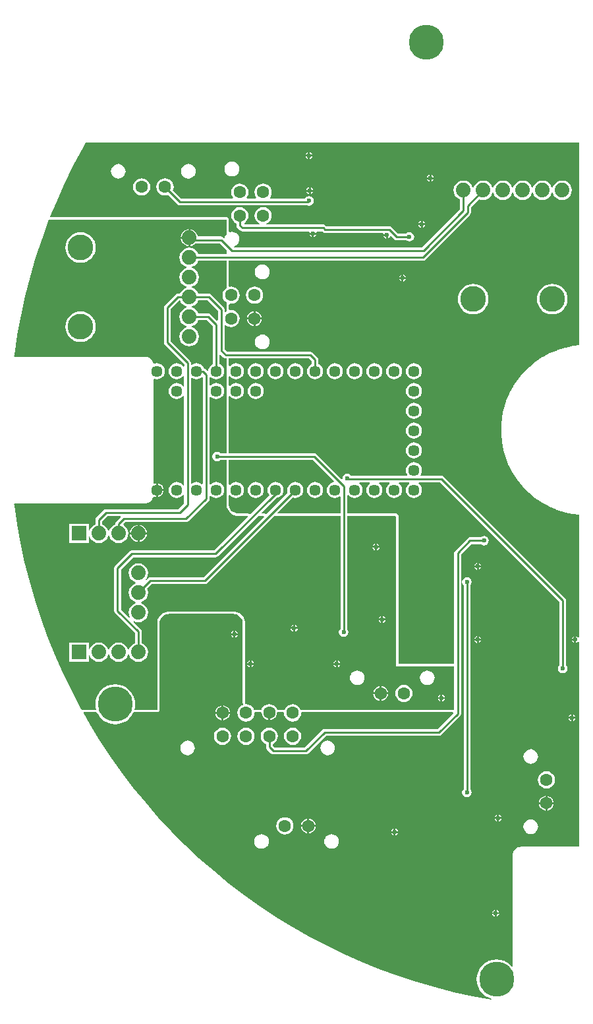
<source format=gbl>
G04 Layer_Physical_Order=2*
G04 Layer_Color=16711680*
%FSLAX44Y44*%
%MOMM*%
G71*
G01*
G75*
%ADD29C,0.2500*%
%ADD30C,3.3020*%
%ADD31C,1.8796*%
%ADD32C,1.6000*%
%ADD33C,4.5000*%
%ADD34R,1.8796X1.8796*%
%ADD35C,1.4478*%
%ADD36C,0.6000*%
G36*
X-462016Y182249D02*
X-463845Y180846D01*
X-465608Y178548D01*
X-466717Y175872D01*
X-467095Y173000D01*
X-466717Y170129D01*
X-465608Y167453D01*
X-463845Y165155D01*
X-462016Y163752D01*
Y152248D01*
X-463147Y151381D01*
X-464417Y152007D01*
Y154750D01*
X-464746Y156408D01*
X-465686Y157814D01*
X-481586Y173714D01*
X-482992Y174654D01*
X-484650Y174984D01*
X-498226D01*
X-499021Y176903D01*
X-501008Y179493D01*
X-503598Y181480D01*
X-506614Y182729D01*
Y183971D01*
X-503598Y185221D01*
X-501008Y187208D01*
X-499021Y189798D01*
X-497771Y192814D01*
X-497345Y196050D01*
X-497771Y199287D01*
X-499021Y202303D01*
X-501008Y204893D01*
X-503598Y206880D01*
X-506614Y208129D01*
Y209371D01*
X-503598Y210621D01*
X-501008Y212608D01*
X-499021Y215198D01*
X-498226Y217117D01*
X-462016D01*
Y182249D01*
D02*
G37*
G36*
X-473083Y152955D02*
Y140871D01*
X-474256Y140384D01*
X-482186Y148314D01*
X-483592Y149254D01*
X-485250Y149584D01*
X-498226D01*
X-499021Y151503D01*
X-501008Y154093D01*
X-503598Y156080D01*
X-506614Y157329D01*
Y158571D01*
X-503598Y159821D01*
X-501008Y161808D01*
X-499021Y164398D01*
X-498226Y166317D01*
X-486445D01*
X-473083Y152955D01*
D02*
G37*
G36*
X-9082Y108596D02*
X-15466Y107969D01*
X-15948Y107857D01*
X-16442Y107825D01*
X-25941Y105941D01*
X-26410Y105783D01*
X-26899Y105702D01*
X-36169Y102900D01*
X-36620Y102696D01*
X-37098Y102569D01*
X-46050Y98874D01*
X-46479Y98626D01*
X-46943Y98453D01*
X-55490Y93901D01*
X-55893Y93613D01*
X-56338Y93395D01*
X-64400Y88030D01*
X-64773Y87704D01*
X-65194Y87444D01*
X-72693Y81316D01*
X-73032Y80955D01*
X-73426Y80655D01*
X-80290Y73824D01*
X-80593Y73432D01*
X-80955Y73095D01*
X-87120Y65626D01*
X-87382Y65206D01*
X-87710Y64835D01*
X-93115Y56799D01*
X-93335Y56356D01*
X-93625Y55955D01*
X-98219Y47429D01*
X-98395Y46967D01*
X-98644Y46539D01*
X-102384Y37605D01*
X-102514Y37128D01*
X-102720Y36678D01*
X-105568Y27422D01*
X-105651Y26934D01*
X-105812Y26466D01*
X-107742Y16976D01*
X-107777Y16482D01*
X-107892Y16000D01*
X-108885Y6367D01*
X-108871Y5872D01*
X-108939Y5382D01*
X-108987Y-4303D01*
X-108924Y-4794D01*
X-108943Y-5289D01*
X-108045Y-14931D01*
X-107935Y-15414D01*
X-107905Y-15908D01*
X-106069Y-25417D01*
X-105912Y-25886D01*
X-105834Y-26375D01*
X-103078Y-35659D01*
X-102876Y-36111D01*
X-102751Y-36590D01*
X-99100Y-45560D01*
X-98855Y-45990D01*
X-98684Y-46455D01*
X-94174Y-55025D01*
X-93889Y-55429D01*
X-93673Y-55875D01*
X-88347Y-63963D01*
X-88024Y-64338D01*
X-87765Y-64760D01*
X-81675Y-72290D01*
X-81316Y-72631D01*
X-81018Y-73026D01*
X-74221Y-79924D01*
X-73830Y-80228D01*
X-73495Y-80592D01*
X-66056Y-86794D01*
X-65638Y-87058D01*
X-65268Y-87388D01*
X-57259Y-92833D01*
X-56817Y-93055D01*
X-56417Y-93347D01*
X-47915Y-97983D01*
X-47453Y-98161D01*
X-47027Y-98413D01*
X-38112Y-102196D01*
X-37635Y-102328D01*
X-37186Y-102537D01*
X-27944Y-105431D01*
X-27456Y-105516D01*
X-26989Y-105680D01*
X-17509Y-107657D01*
X-17015Y-107694D01*
X-16534Y-107811D01*
X-9082Y-108617D01*
Y-265974D01*
X-10352Y-266359D01*
X-10756Y-265756D01*
X-12244Y-264761D01*
X-12750Y-264660D01*
Y-269000D01*
Y-273339D01*
X-12244Y-273239D01*
X-10756Y-272244D01*
X-10352Y-271640D01*
X-9082Y-272026D01*
Y-534918D01*
X-83996D01*
X-83997Y-534918D01*
X-83997Y-534918D01*
X-85286Y-535088D01*
X-86607Y-535261D01*
X-86607Y-535262D01*
X-86608Y-535262D01*
X-87804Y-535757D01*
X-89039Y-536269D01*
X-89040Y-536269D01*
X-89040Y-536269D01*
X-90102Y-537084D01*
X-91128Y-537872D01*
X-91129Y-537872D01*
X-91129Y-537873D01*
X-91917Y-538900D01*
X-92731Y-539961D01*
X-92731Y-539961D01*
X-92732Y-539962D01*
X-93244Y-541198D01*
X-93739Y-542393D01*
X-93739Y-542394D01*
X-93739Y-542394D01*
X-93913Y-543716D01*
X-94082Y-545004D01*
X-94082Y-545005D01*
X-94082Y-545005D01*
X-94066Y-688428D01*
X-95262Y-688856D01*
X-96882Y-686881D01*
X-100765Y-683695D01*
X-105195Y-681327D01*
X-110001Y-679869D01*
X-115000Y-679377D01*
X-119999Y-679869D01*
X-124806Y-681327D01*
X-129236Y-683695D01*
X-133119Y-686881D01*
X-136305Y-690764D01*
X-138673Y-695194D01*
X-140131Y-700001D01*
X-140624Y-705000D01*
X-140131Y-709999D01*
X-138673Y-714806D01*
X-136305Y-719236D01*
X-133119Y-723119D01*
X-129236Y-726305D01*
X-124806Y-728673D01*
X-121336Y-729726D01*
X-121635Y-730962D01*
X-145572Y-726583D01*
X-169888Y-721285D01*
X-194013Y-715173D01*
X-217918Y-708255D01*
X-241577Y-700538D01*
X-264966Y-692031D01*
X-288054Y-682744D01*
X-310818Y-672686D01*
X-333230Y-661870D01*
X-355267Y-650307D01*
X-376904Y-638010D01*
X-398116Y-624994D01*
X-418877Y-611274D01*
X-439168Y-596863D01*
X-458962Y-581780D01*
X-478239Y-566040D01*
X-496977Y-549662D01*
X-515154Y-532663D01*
X-532749Y-515065D01*
X-549744Y-496885D01*
X-566120Y-478144D01*
X-581856Y-458865D01*
X-596937Y-439068D01*
X-611343Y-418776D01*
X-625061Y-398011D01*
X-638073Y-376797D01*
X-645822Y-363157D01*
X-645183Y-362059D01*
X-630590Y-362059D01*
X-630368Y-362015D01*
X-630141Y-362026D01*
X-629953Y-361959D01*
X-629321Y-361883D01*
X-628390Y-362419D01*
X-628251Y-362596D01*
X-626305Y-366236D01*
X-623119Y-370118D01*
X-619236Y-373305D01*
X-614806Y-375673D01*
X-609999Y-377131D01*
X-605000Y-377623D01*
X-600001Y-377131D01*
X-595194Y-375673D01*
X-590764Y-373305D01*
X-586881Y-370118D01*
X-583695Y-366236D01*
X-581749Y-362596D01*
X-581610Y-362419D01*
X-580679Y-361883D01*
X-580046Y-361959D01*
X-579859Y-362026D01*
X-579632Y-362015D01*
X-579410Y-362059D01*
X-551016Y-362059D01*
X-549846Y-361826D01*
X-548853Y-361163D01*
X-548190Y-360171D01*
X-547957Y-359000D01*
Y-247775D01*
X-547901Y-246633D01*
X-547441Y-244320D01*
X-546568Y-242212D01*
X-545300Y-240314D01*
X-543686Y-238700D01*
X-541788Y-237432D01*
X-539680Y-236559D01*
X-537367Y-236099D01*
X-536225Y-236043D01*
X-452775D01*
X-451633Y-236099D01*
X-449320Y-236559D01*
X-447212Y-237432D01*
X-445314Y-238700D01*
X-443700Y-240314D01*
X-442432Y-242212D01*
X-441559Y-244320D01*
X-441099Y-246633D01*
X-441043Y-247775D01*
Y-351072D01*
X-441023Y-351171D01*
X-441036Y-351272D01*
X-440907Y-351754D01*
X-440810Y-352242D01*
X-441760Y-353065D01*
X-442547Y-353392D01*
X-444845Y-355155D01*
X-446608Y-357453D01*
X-447717Y-360129D01*
X-448095Y-363000D01*
X-447717Y-365872D01*
X-446608Y-368548D01*
X-444845Y-370845D01*
X-442547Y-372609D01*
X-439871Y-373717D01*
X-437000Y-374095D01*
X-434128Y-373717D01*
X-431452Y-372609D01*
X-429155Y-370845D01*
X-427391Y-368548D01*
X-426283Y-365872D01*
X-425905Y-363000D01*
X-425079Y-362059D01*
X-417739Y-362059D01*
X-416780Y-362839D01*
X-416553Y-363215D01*
X-416255Y-365480D01*
X-415298Y-367791D01*
X-413775Y-369776D01*
X-411791Y-371298D01*
X-409480Y-372256D01*
X-408249Y-372417D01*
Y-362999D01*
X-405749D01*
Y-372417D01*
X-404520Y-372256D01*
X-402209Y-371298D01*
X-400224Y-369776D01*
X-398702Y-367791D01*
X-397744Y-365480D01*
X-397446Y-363215D01*
X-397220Y-362839D01*
X-396261Y-362059D01*
X-388920D01*
X-388095Y-363000D01*
X-387717Y-365872D01*
X-386608Y-368548D01*
X-384845Y-370845D01*
X-382547Y-372609D01*
X-379871Y-373717D01*
X-377000Y-374095D01*
X-374128Y-373717D01*
X-371452Y-372609D01*
X-369155Y-370845D01*
X-367391Y-368548D01*
X-366283Y-365872D01*
X-365905Y-363000D01*
X-365079Y-362059D01*
X-170982Y-362058D01*
X-170457Y-363328D01*
X-190795Y-383667D01*
X-336000D01*
X-337658Y-383997D01*
X-339064Y-384936D01*
X-361795Y-407667D01*
X-400205D01*
X-402667Y-405205D01*
Y-403111D01*
X-401452Y-402608D01*
X-399155Y-400845D01*
X-397391Y-398548D01*
X-396283Y-395872D01*
X-395905Y-393000D01*
X-396283Y-390129D01*
X-397391Y-387453D01*
X-399155Y-385155D01*
X-401452Y-383392D01*
X-404128Y-382283D01*
X-407000Y-381905D01*
X-409871Y-382283D01*
X-412547Y-383392D01*
X-414845Y-385155D01*
X-416608Y-387453D01*
X-417717Y-390129D01*
X-418095Y-393000D01*
X-417717Y-395872D01*
X-416608Y-398548D01*
X-414845Y-400845D01*
X-412547Y-402608D01*
X-411333Y-403111D01*
Y-407000D01*
X-411003Y-408658D01*
X-410064Y-410064D01*
X-405064Y-415064D01*
X-403658Y-416003D01*
X-402000Y-416333D01*
X-360000D01*
X-358342Y-416003D01*
X-356936Y-415064D01*
X-334205Y-392333D01*
X-189000D01*
X-187342Y-392003D01*
X-185936Y-391064D01*
X-161936Y-367064D01*
X-160997Y-365658D01*
X-160667Y-364000D01*
Y-159795D01*
X-147205Y-146333D01*
X-135315D01*
X-133341Y-147652D01*
X-131000Y-148118D01*
X-128659Y-147652D01*
X-126674Y-146326D01*
X-125348Y-144341D01*
X-124882Y-142000D01*
X-125348Y-139659D01*
X-126674Y-137674D01*
X-128659Y-136348D01*
X-131000Y-135883D01*
X-133341Y-136348D01*
X-135315Y-137667D01*
X-149000D01*
X-150658Y-137997D01*
X-152064Y-138936D01*
X-168064Y-154936D01*
X-169003Y-156342D01*
X-169333Y-158000D01*
Y-299942D01*
X-240942Y-299942D01*
X-240940Y-110914D01*
X-240940Y-110914D01*
X-241173Y-109743D01*
X-241836Y-108751D01*
X-242734Y-107853D01*
X-243727Y-107190D01*
X-244897Y-106957D01*
X-244897Y-106957D01*
X-306667D01*
Y-83829D01*
X-305397Y-83398D01*
X-304703Y-84303D01*
X-302564Y-85944D01*
X-300073Y-86976D01*
X-297400Y-87328D01*
X-294727Y-86976D01*
X-292236Y-85944D01*
X-290098Y-84303D01*
X-288456Y-82164D01*
X-287425Y-79673D01*
X-287073Y-77000D01*
X-287425Y-74327D01*
X-288456Y-71837D01*
X-290098Y-69698D01*
X-291408Y-68692D01*
X-290977Y-67422D01*
X-278424D01*
X-277993Y-68692D01*
X-279303Y-69698D01*
X-280944Y-71837D01*
X-281975Y-74327D01*
X-282327Y-77000D01*
X-281975Y-79673D01*
X-280944Y-82164D01*
X-279303Y-84303D01*
X-277164Y-85944D01*
X-274673Y-86976D01*
X-272000Y-87328D01*
X-269327Y-86976D01*
X-266836Y-85944D01*
X-264698Y-84303D01*
X-263056Y-82164D01*
X-262025Y-79673D01*
X-261673Y-77000D01*
X-262025Y-74327D01*
X-263056Y-71837D01*
X-264698Y-69698D01*
X-266008Y-68692D01*
X-265576Y-67422D01*
X-253024D01*
X-252593Y-68692D01*
X-253903Y-69698D01*
X-255544Y-71837D01*
X-256576Y-74327D01*
X-256927Y-77000D01*
X-256576Y-79673D01*
X-255544Y-82164D01*
X-253903Y-84303D01*
X-251764Y-85944D01*
X-249273Y-86976D01*
X-246600Y-87328D01*
X-243927Y-86976D01*
X-241436Y-85944D01*
X-239298Y-84303D01*
X-237656Y-82164D01*
X-236625Y-79673D01*
X-236273Y-77000D01*
X-236625Y-74327D01*
X-237656Y-71837D01*
X-239298Y-69698D01*
X-240608Y-68692D01*
X-240177Y-67422D01*
X-227624D01*
X-227193Y-68692D01*
X-228503Y-69698D01*
X-230144Y-71837D01*
X-231175Y-74327D01*
X-231527Y-77000D01*
X-231175Y-79673D01*
X-230144Y-82164D01*
X-228503Y-84303D01*
X-226364Y-85944D01*
X-223873Y-86976D01*
X-221200Y-87328D01*
X-218527Y-86976D01*
X-216036Y-85944D01*
X-213898Y-84303D01*
X-212256Y-82164D01*
X-211225Y-79673D01*
X-210873Y-77000D01*
X-211225Y-74327D01*
X-212256Y-71837D01*
X-213898Y-69698D01*
X-215324Y-68603D01*
X-214893Y-67333D01*
X-187795D01*
X-34333Y-220795D01*
Y-301686D01*
X-35652Y-303659D01*
X-36117Y-306000D01*
X-35652Y-308341D01*
X-34326Y-310326D01*
X-32341Y-311652D01*
X-30000Y-312118D01*
X-27659Y-311652D01*
X-25674Y-310326D01*
X-24348Y-308341D01*
X-23883Y-306000D01*
X-24348Y-303659D01*
X-25667Y-301686D01*
Y-219000D01*
X-25997Y-217342D01*
X-26936Y-215936D01*
X-182936Y-59936D01*
X-184342Y-58997D01*
X-186000Y-58667D01*
X-212281D01*
X-212842Y-57528D01*
X-212256Y-56764D01*
X-211225Y-54273D01*
X-210873Y-51600D01*
X-211225Y-48927D01*
X-212256Y-46437D01*
X-213898Y-44298D01*
X-216036Y-42656D01*
X-218527Y-41625D01*
X-221200Y-41273D01*
X-223873Y-41625D01*
X-226364Y-42656D01*
X-228503Y-44298D01*
X-230144Y-46437D01*
X-231175Y-48927D01*
X-231527Y-51600D01*
X-231175Y-54273D01*
X-230144Y-56764D01*
X-229489Y-57617D01*
X-230051Y-58756D01*
X-301951D01*
X-302674Y-57674D01*
X-304659Y-56348D01*
X-307000Y-55883D01*
X-309341Y-56348D01*
X-311326Y-57674D01*
X-312652Y-59659D01*
X-313118Y-62000D01*
X-312991Y-62638D01*
X-314161Y-63263D01*
X-346488Y-30936D01*
X-347894Y-29997D01*
X-349552Y-29667D01*
X-458957D01*
Y43028D01*
X-457687Y43459D01*
X-457103Y42697D01*
X-454964Y41056D01*
X-452473Y40024D01*
X-449800Y39672D01*
X-447127Y40024D01*
X-444636Y41056D01*
X-442498Y42697D01*
X-440856Y44836D01*
X-439825Y47327D01*
X-439473Y50000D01*
X-439825Y52673D01*
X-440856Y55163D01*
X-442498Y57302D01*
X-444636Y58944D01*
X-447127Y59975D01*
X-449800Y60327D01*
X-452473Y59975D01*
X-454964Y58944D01*
X-457103Y57302D01*
X-457687Y56540D01*
X-458957Y56972D01*
Y68428D01*
X-457687Y68859D01*
X-457103Y68097D01*
X-454964Y66456D01*
X-452473Y65424D01*
X-449800Y65072D01*
X-447127Y65424D01*
X-444636Y66456D01*
X-442498Y68097D01*
X-440856Y70236D01*
X-439825Y72727D01*
X-439473Y75400D01*
X-439825Y78073D01*
X-440856Y80563D01*
X-442498Y82702D01*
X-444636Y84344D01*
X-447127Y85375D01*
X-449800Y85727D01*
X-452473Y85375D01*
X-454964Y84344D01*
X-457103Y82702D01*
X-457687Y81940D01*
X-458957Y82372D01*
Y91667D01*
X-355795D01*
X-352533Y88405D01*
Y84688D01*
X-353364Y84344D01*
X-355503Y82702D01*
X-357144Y80563D01*
X-358176Y78073D01*
X-358527Y75400D01*
X-358176Y72727D01*
X-357144Y70236D01*
X-355503Y68097D01*
X-353364Y66456D01*
X-350873Y65424D01*
X-348200Y65072D01*
X-345527Y65424D01*
X-343036Y66456D01*
X-340898Y68097D01*
X-339256Y70236D01*
X-338225Y72727D01*
X-337873Y75400D01*
X-338225Y78073D01*
X-339256Y80563D01*
X-340898Y82702D01*
X-343036Y84344D01*
X-343867Y84688D01*
Y90200D01*
X-344197Y91858D01*
X-345136Y93264D01*
X-350936Y99064D01*
X-352342Y100003D01*
X-354000Y100333D01*
X-461205D01*
X-464417Y103545D01*
Y133992D01*
X-463147Y134619D01*
X-461547Y133391D01*
X-458871Y132283D01*
X-456000Y131905D01*
X-453128Y132283D01*
X-450452Y133391D01*
X-448154Y135154D01*
X-446391Y137452D01*
X-445283Y140128D01*
X-444905Y143000D01*
X-445283Y145871D01*
X-446391Y148547D01*
X-448154Y150845D01*
X-450452Y152608D01*
X-453128Y153717D01*
X-456000Y154095D01*
X-457687Y153872D01*
X-458957Y154986D01*
Y161014D01*
X-457687Y162127D01*
X-456000Y161905D01*
X-453128Y162283D01*
X-450452Y163392D01*
X-448154Y165155D01*
X-446391Y167453D01*
X-445283Y170129D01*
X-444905Y173000D01*
X-445283Y175872D01*
X-446391Y178548D01*
X-448154Y180846D01*
X-450452Y182609D01*
X-453128Y183717D01*
X-456000Y184095D01*
X-457687Y183873D01*
X-458957Y184987D01*
Y217117D01*
X-209772D01*
X-208113Y217447D01*
X-206708Y218386D01*
X-149136Y275958D01*
X-148197Y277364D01*
X-147867Y279022D01*
Y286005D01*
X-137456Y296416D01*
X-135536Y295621D01*
X-132300Y295195D01*
X-129064Y295621D01*
X-126047Y296870D01*
X-123458Y298858D01*
X-121470Y301448D01*
X-120221Y304463D01*
X-118979D01*
X-117730Y301448D01*
X-115742Y298858D01*
X-113153Y296870D01*
X-110136Y295621D01*
X-106900Y295195D01*
X-103664Y295621D01*
X-100647Y296870D01*
X-98058Y298858D01*
X-96070Y301448D01*
X-94821Y304463D01*
X-93579D01*
X-92330Y301448D01*
X-90342Y298858D01*
X-87753Y296870D01*
X-84736Y295621D01*
X-81500Y295195D01*
X-78264Y295621D01*
X-75248Y296870D01*
X-72658Y298858D01*
X-70670Y301448D01*
X-69421Y304463D01*
X-68179D01*
X-66930Y301448D01*
X-64942Y298858D01*
X-62352Y296870D01*
X-59337Y295621D01*
X-56100Y295195D01*
X-52863Y295621D01*
X-49847Y296870D01*
X-47258Y298858D01*
X-45270Y301448D01*
X-44021Y304463D01*
X-42779D01*
X-41530Y301448D01*
X-39542Y298858D01*
X-36953Y296870D01*
X-33937Y295621D01*
X-30700Y295195D01*
X-27464Y295621D01*
X-24448Y296870D01*
X-21858Y298858D01*
X-19870Y301448D01*
X-18621Y304464D01*
X-18195Y307700D01*
X-18621Y310937D01*
X-19870Y313953D01*
X-21858Y316542D01*
X-24448Y318530D01*
X-27464Y319779D01*
X-30700Y320205D01*
X-33937Y319779D01*
X-36953Y318530D01*
X-39542Y316542D01*
X-41530Y313953D01*
X-42779Y310937D01*
X-44021D01*
X-45270Y313953D01*
X-47258Y316542D01*
X-49847Y318530D01*
X-52863Y319779D01*
X-56100Y320205D01*
X-59337Y319779D01*
X-62352Y318530D01*
X-64942Y316542D01*
X-66930Y313953D01*
X-68179Y310937D01*
X-69421D01*
X-70670Y313953D01*
X-72658Y316542D01*
X-75248Y318530D01*
X-78264Y319779D01*
X-81500Y320205D01*
X-84736Y319779D01*
X-87753Y318530D01*
X-90342Y316542D01*
X-92330Y313953D01*
X-93579Y310937D01*
X-94821D01*
X-96070Y313953D01*
X-98058Y316542D01*
X-100647Y318530D01*
X-103664Y319779D01*
X-106900Y320205D01*
X-110136Y319779D01*
X-113153Y318530D01*
X-115742Y316542D01*
X-117730Y313953D01*
X-118979Y310937D01*
X-120221D01*
X-121470Y313953D01*
X-123458Y316542D01*
X-126047Y318530D01*
X-129064Y319779D01*
X-132300Y320205D01*
X-135536Y319779D01*
X-138553Y318530D01*
X-141142Y316542D01*
X-143130Y313953D01*
X-144379Y310937D01*
X-145621D01*
X-146870Y313953D01*
X-148858Y316542D01*
X-151447Y318530D01*
X-154464Y319779D01*
X-157700Y320205D01*
X-160937Y319779D01*
X-163953Y318530D01*
X-166542Y316542D01*
X-168530Y313953D01*
X-169779Y310937D01*
X-170205Y307700D01*
X-169779Y304464D01*
X-168530Y301448D01*
X-166542Y298858D01*
X-163953Y296870D01*
X-162033Y296075D01*
Y283095D01*
X-210795Y234333D01*
X-452196D01*
X-452405Y234624D01*
X-452424Y234841D01*
X-451926Y236136D01*
X-450242Y236833D01*
X-448289Y238332D01*
X-446790Y240285D01*
X-445848Y242559D01*
X-445527Y245000D01*
X-445848Y247441D01*
X-446790Y249715D01*
X-448289Y251669D01*
X-450242Y253167D01*
X-452517Y254109D01*
X-454957Y254431D01*
X-457398Y254109D01*
X-457901Y253901D01*
X-458957Y254607D01*
Y270000D01*
X-459190Y271170D01*
X-459853Y272163D01*
X-460845Y272826D01*
X-462016Y273058D01*
X-687682Y273060D01*
X-688390Y274114D01*
X-680604Y293088D01*
X-670098Y316372D01*
X-658794Y339281D01*
X-646709Y361786D01*
X-642557Y368918D01*
X-9082D01*
X-9082Y108596D01*
D02*
G37*
G36*
X-462016Y270000D02*
Y251160D01*
X-463125Y249715D01*
X-464067Y247441D01*
X-464135Y246926D01*
X-465337Y246517D01*
X-465884Y247064D01*
X-467290Y248003D01*
X-468948Y248333D01*
X-499053D01*
X-499233Y249695D01*
X-500331Y252346D01*
X-502078Y254623D01*
X-504354Y256370D01*
X-507005Y257468D01*
X-508601Y257678D01*
Y246852D01*
Y236023D01*
X-507005Y236233D01*
X-504354Y237331D01*
X-502078Y239078D01*
X-501626Y239667D01*
X-470743D01*
X-462016Y230940D01*
Y225784D01*
X-498226D01*
X-499021Y227703D01*
X-501008Y230293D01*
X-503598Y232280D01*
X-506614Y233529D01*
X-509850Y233955D01*
X-513087Y233529D01*
X-516103Y232280D01*
X-518693Y230293D01*
X-520680Y227703D01*
X-521929Y224687D01*
X-522355Y221450D01*
X-521929Y218214D01*
X-520680Y215198D01*
X-518693Y212608D01*
X-516103Y210621D01*
X-513087Y209371D01*
Y208129D01*
X-516103Y206880D01*
X-518693Y204893D01*
X-520680Y202303D01*
X-521929Y199287D01*
X-522355Y196050D01*
X-521929Y192814D01*
X-520680Y189798D01*
X-518693Y187208D01*
X-516103Y185221D01*
X-513087Y183971D01*
Y182729D01*
X-516103Y181480D01*
X-518693Y179493D01*
X-520680Y176903D01*
X-521475Y174984D01*
X-524350D01*
X-526008Y174654D01*
X-527414Y173714D01*
X-541053Y160075D01*
X-541992Y158669D01*
X-542322Y157011D01*
Y111989D01*
X-541992Y110331D01*
X-541053Y108925D01*
X-516333Y84205D01*
Y81707D01*
X-517603Y81276D01*
X-518698Y82702D01*
X-520836Y84344D01*
X-523327Y85375D01*
X-526000Y85727D01*
X-528673Y85375D01*
X-531164Y84344D01*
X-533303Y82702D01*
X-534944Y80563D01*
X-535975Y78073D01*
X-536327Y75400D01*
X-535975Y72727D01*
X-534944Y70236D01*
X-533303Y68097D01*
X-531164Y66456D01*
X-528673Y65424D01*
X-526000Y65072D01*
X-523327Y65424D01*
X-520836Y66456D01*
X-518698Y68097D01*
X-517692Y69407D01*
X-516422Y68976D01*
Y56423D01*
X-517692Y55992D01*
X-518698Y57302D01*
X-520836Y58944D01*
X-523327Y59975D01*
X-526000Y60327D01*
X-528673Y59975D01*
X-531164Y58944D01*
X-533303Y57302D01*
X-534944Y55163D01*
X-535975Y52673D01*
X-536327Y50000D01*
X-535975Y47327D01*
X-534944Y44836D01*
X-533303Y42697D01*
X-531164Y41056D01*
X-528673Y40024D01*
X-526000Y39672D01*
X-523327Y40024D01*
X-520836Y41056D01*
X-518698Y42697D01*
X-517692Y44007D01*
X-516422Y43576D01*
Y-70577D01*
X-517692Y-71008D01*
X-518698Y-69698D01*
X-520836Y-68057D01*
X-523327Y-67025D01*
X-526000Y-66673D01*
X-528673Y-67025D01*
X-531164Y-68057D01*
X-533303Y-69698D01*
X-534944Y-71837D01*
X-535975Y-74327D01*
X-536327Y-77000D01*
X-535975Y-79673D01*
X-534944Y-82164D01*
X-533303Y-84303D01*
X-531164Y-85944D01*
X-528673Y-86976D01*
X-526000Y-87328D01*
X-523327Y-86976D01*
X-520836Y-85944D01*
X-518698Y-84303D01*
X-517692Y-82993D01*
X-516422Y-83424D01*
Y-94294D01*
X-523795Y-101667D01*
X-616731D01*
X-618389Y-101997D01*
X-619795Y-102936D01*
X-629064Y-112205D01*
X-630003Y-113611D01*
X-630333Y-115269D01*
Y-120975D01*
X-632253Y-121770D01*
X-634842Y-123758D01*
X-636830Y-126348D01*
X-637732Y-128526D01*
X-639002Y-128273D01*
Y-120202D01*
X-663798D01*
Y-144998D01*
X-639002D01*
Y-136927D01*
X-637732Y-136674D01*
X-636830Y-138853D01*
X-634842Y-141442D01*
X-632253Y-143430D01*
X-629236Y-144679D01*
X-626000Y-145105D01*
X-622763Y-144679D01*
X-619748Y-143430D01*
X-617158Y-141442D01*
X-615170Y-138853D01*
X-613921Y-135836D01*
X-612679D01*
X-611430Y-138853D01*
X-609442Y-141442D01*
X-606852Y-143430D01*
X-603837Y-144679D01*
X-600600Y-145105D01*
X-597364Y-144679D01*
X-594347Y-143430D01*
X-591758Y-141442D01*
X-589770Y-138853D01*
X-588521Y-135836D01*
X-588095Y-132600D01*
X-588521Y-129363D01*
X-589770Y-126348D01*
X-591758Y-123758D01*
X-594064Y-121988D01*
X-594411Y-120539D01*
X-592205Y-118333D01*
X-514000D01*
X-512342Y-118003D01*
X-510936Y-117064D01*
X-484936Y-91064D01*
X-483997Y-89658D01*
X-483667Y-88000D01*
Y-84698D01*
X-483214Y-84544D01*
X-482397Y-84384D01*
X-480364Y-85944D01*
X-477873Y-86976D01*
X-475200Y-87328D01*
X-472527Y-86976D01*
X-470036Y-85944D01*
X-467898Y-84303D01*
X-466256Y-82164D01*
X-465225Y-79673D01*
X-464873Y-77000D01*
X-465225Y-74327D01*
X-466256Y-71837D01*
X-467898Y-69698D01*
X-470036Y-68057D01*
X-472527Y-67025D01*
X-475200Y-66673D01*
X-477873Y-67025D01*
X-480364Y-68057D01*
X-482397Y-69616D01*
X-483214Y-69456D01*
X-483667Y-69303D01*
Y42302D01*
X-483214Y42456D01*
X-482397Y42616D01*
X-480364Y41056D01*
X-477873Y40024D01*
X-475200Y39672D01*
X-472527Y40024D01*
X-470036Y41056D01*
X-467898Y42697D01*
X-466256Y44836D01*
X-465225Y47327D01*
X-464873Y50000D01*
X-465225Y52673D01*
X-466256Y55163D01*
X-467898Y57302D01*
X-470036Y58944D01*
X-472527Y59975D01*
X-475200Y60327D01*
X-477873Y59975D01*
X-480364Y58944D01*
X-482397Y57383D01*
X-483214Y57544D01*
X-483667Y57698D01*
Y67702D01*
X-483214Y67856D01*
X-482397Y68016D01*
X-480364Y66456D01*
X-477873Y65424D01*
X-475200Y65072D01*
X-472527Y65424D01*
X-470036Y66456D01*
X-467898Y68097D01*
X-466256Y70236D01*
X-465225Y72727D01*
X-464873Y75400D01*
X-465225Y78073D01*
X-466256Y80563D01*
X-467898Y82702D01*
X-470036Y84344D01*
X-470867Y84688D01*
Y96079D01*
X-469693Y96565D01*
X-466064Y92936D01*
X-464658Y91997D01*
X-463000Y91667D01*
X-462016D01*
Y-29667D01*
X-469685D01*
X-471659Y-28348D01*
X-474000Y-27882D01*
X-476341Y-28348D01*
X-478326Y-29674D01*
X-479652Y-31659D01*
X-480117Y-34000D01*
X-479652Y-36341D01*
X-478326Y-38326D01*
X-476341Y-39652D01*
X-474000Y-40118D01*
X-471659Y-39652D01*
X-469685Y-38333D01*
X-462016D01*
Y-95300D01*
X-461945Y-96742D01*
X-461382Y-99572D01*
X-460278Y-102237D01*
X-458676Y-104636D01*
X-456636Y-106676D01*
X-454237Y-108278D01*
X-451572Y-109382D01*
X-448742Y-109945D01*
X-447300Y-110016D01*
X-434804D01*
X-434318Y-111189D01*
X-477795Y-154667D01*
X-584000D01*
X-585658Y-154997D01*
X-587064Y-155936D01*
X-605064Y-173936D01*
X-606003Y-175342D01*
X-606333Y-177000D01*
Y-232000D01*
X-606003Y-233658D01*
X-605064Y-235064D01*
X-579533Y-260595D01*
Y-273375D01*
X-581452Y-274170D01*
X-584042Y-276158D01*
X-586030Y-278748D01*
X-587279Y-281763D01*
X-588521D01*
X-589770Y-278748D01*
X-591758Y-276158D01*
X-594347Y-274170D01*
X-597364Y-272921D01*
X-600600Y-272495D01*
X-603837Y-272921D01*
X-606852Y-274170D01*
X-609442Y-276158D01*
X-611430Y-278748D01*
X-612679Y-281763D01*
X-613921D01*
X-615170Y-278748D01*
X-617158Y-276158D01*
X-619748Y-274170D01*
X-622763Y-272921D01*
X-626000Y-272495D01*
X-629236Y-272921D01*
X-632253Y-274170D01*
X-634842Y-276158D01*
X-636830Y-278748D01*
X-637732Y-280926D01*
X-639002Y-280673D01*
Y-272602D01*
X-663798D01*
Y-297398D01*
X-639002D01*
Y-289327D01*
X-637732Y-289074D01*
X-636830Y-291252D01*
X-634842Y-293842D01*
X-632253Y-295830D01*
X-629236Y-297079D01*
X-626000Y-297505D01*
X-622763Y-297079D01*
X-619748Y-295830D01*
X-617158Y-293842D01*
X-615170Y-291252D01*
X-613921Y-288237D01*
X-612679D01*
X-611430Y-291252D01*
X-609442Y-293842D01*
X-606852Y-295830D01*
X-603837Y-297079D01*
X-600600Y-297505D01*
X-597364Y-297079D01*
X-594347Y-295830D01*
X-591758Y-293842D01*
X-589770Y-291252D01*
X-588521Y-288237D01*
X-587279D01*
X-586030Y-291252D01*
X-584042Y-293842D01*
X-581452Y-295830D01*
X-578437Y-297079D01*
X-575200Y-297505D01*
X-571964Y-297079D01*
X-568947Y-295830D01*
X-566358Y-293842D01*
X-564370Y-291252D01*
X-563121Y-288237D01*
X-562695Y-285000D01*
X-563121Y-281763D01*
X-564370Y-278748D01*
X-566358Y-276158D01*
X-568947Y-274170D01*
X-570867Y-273375D01*
Y-258800D01*
X-571197Y-257142D01*
X-572136Y-255736D01*
X-581478Y-246394D01*
X-580759Y-245317D01*
X-578437Y-246279D01*
X-575200Y-246705D01*
X-571964Y-246279D01*
X-568947Y-245030D01*
X-566358Y-243042D01*
X-564370Y-240452D01*
X-563121Y-237437D01*
X-562695Y-234200D01*
X-563121Y-230963D01*
X-564370Y-227948D01*
X-566358Y-225358D01*
X-568947Y-223370D01*
X-571963Y-222121D01*
Y-220879D01*
X-568947Y-219630D01*
X-566358Y-217642D01*
X-564370Y-215053D01*
X-563121Y-212036D01*
X-562695Y-208800D01*
X-563121Y-205564D01*
X-563916Y-203644D01*
X-558005Y-197733D01*
X-490000D01*
X-488341Y-197403D01*
X-486936Y-196464D01*
X-400488Y-110016D01*
X-315333D01*
Y-254807D01*
X-315712Y-255061D01*
X-317038Y-257045D01*
X-317504Y-259386D01*
X-317038Y-261728D01*
X-315712Y-263712D01*
X-313727Y-265038D01*
X-311386Y-265504D01*
X-309045Y-265038D01*
X-307061Y-263712D01*
X-305735Y-261728D01*
X-305269Y-259386D01*
X-305735Y-257045D01*
X-306667Y-255650D01*
Y-110016D01*
X-244897D01*
X-243999Y-110914D01*
X-244000Y-303001D01*
X-169333Y-303001D01*
Y-359000D01*
X-366750Y-359000D01*
X-367391Y-357453D01*
X-369155Y-355155D01*
X-371452Y-353392D01*
X-374128Y-352283D01*
X-377000Y-351905D01*
X-379871Y-352283D01*
X-382547Y-353392D01*
X-384845Y-355155D01*
X-386608Y-357453D01*
X-387249Y-359000D01*
X-396750D01*
X-397391Y-357453D01*
X-399155Y-355155D01*
X-401452Y-353392D01*
X-404128Y-352283D01*
X-407000Y-351905D01*
X-409871Y-352283D01*
X-412547Y-353392D01*
X-414845Y-355155D01*
X-416608Y-357453D01*
X-417249Y-359000D01*
X-426750Y-359000D01*
X-427391Y-357453D01*
X-429155Y-355155D01*
X-431452Y-353392D01*
X-434128Y-352283D01*
X-437000Y-351905D01*
X-437029Y-351909D01*
X-437984Y-351072D01*
Y-247700D01*
X-438055Y-246258D01*
X-438618Y-243428D01*
X-439722Y-240763D01*
X-441324Y-238364D01*
X-443364Y-236324D01*
X-445763Y-234722D01*
X-448428Y-233618D01*
X-451258Y-233055D01*
X-452700Y-232984D01*
X-536300D01*
X-537742Y-233055D01*
X-540572Y-233618D01*
X-543237Y-234722D01*
X-545636Y-236324D01*
X-547676Y-238364D01*
X-549278Y-240763D01*
X-550382Y-243428D01*
X-550945Y-246258D01*
X-551016Y-247700D01*
Y-359000D01*
X-579410Y-359001D01*
X-580167Y-357980D01*
X-579869Y-356999D01*
X-579377Y-352000D01*
X-579869Y-347001D01*
X-581327Y-342194D01*
X-583695Y-337764D01*
X-586881Y-333881D01*
X-590764Y-330695D01*
X-595194Y-328327D01*
X-600001Y-326869D01*
X-605000Y-326377D01*
X-609999Y-326869D01*
X-614806Y-328327D01*
X-619236Y-330695D01*
X-623119Y-333881D01*
X-626305Y-337764D01*
X-628673Y-342194D01*
X-630131Y-347001D01*
X-630623Y-352000D01*
X-630131Y-356999D01*
X-629833Y-357980D01*
X-630590Y-359001D01*
X-648184Y-359001D01*
X-650366Y-355159D01*
X-661925Y-333120D01*
X-672738Y-310705D01*
X-682792Y-287940D01*
X-692076Y-264849D01*
X-700579Y-241461D01*
X-708291Y-217800D01*
X-715206Y-193893D01*
X-721313Y-169768D01*
X-726607Y-145450D01*
X-731081Y-120970D01*
X-734731Y-96352D01*
X-734882Y-95030D01*
X-734037Y-94082D01*
X-566004D01*
X-563393Y-93739D01*
X-560961Y-92731D01*
X-558872Y-91128D01*
X-557269Y-89039D01*
X-556261Y-86607D01*
X-556163Y-85861D01*
X-554777Y-85061D01*
X-553681Y-85514D01*
X-552649Y-85650D01*
Y-77000D01*
Y-68350D01*
X-553681Y-68486D01*
X-554647Y-68886D01*
X-555917Y-68038D01*
Y65045D01*
X-554861Y65751D01*
X-554073Y65424D01*
X-551400Y65072D01*
X-548727Y65424D01*
X-546236Y66456D01*
X-544098Y68097D01*
X-542456Y70236D01*
X-541425Y72727D01*
X-541073Y75400D01*
X-541425Y78073D01*
X-542456Y80563D01*
X-544098Y82702D01*
X-546236Y84344D01*
X-548727Y85375D01*
X-551400Y85727D01*
X-554073Y85375D01*
X-555031Y84979D01*
X-556130Y85614D01*
X-556261Y86607D01*
X-557269Y89039D01*
X-558872Y91128D01*
X-560961Y92731D01*
X-563393Y93739D01*
X-566004Y94082D01*
X-734037D01*
X-734882Y95030D01*
X-734694Y96679D01*
X-730925Y121944D01*
X-726288Y147065D01*
X-720788Y172010D01*
X-714430Y196752D01*
X-707225Y221259D01*
X-699178Y245503D01*
X-690301Y269456D01*
X-690078Y270001D01*
X-462016Y270000D01*
D02*
G37*
G36*
X-521380Y166088D02*
X-520680Y164398D01*
X-518693Y161808D01*
X-516103Y159821D01*
X-513087Y158571D01*
Y157329D01*
X-516103Y156080D01*
X-518693Y154093D01*
X-520680Y151503D01*
X-521929Y148487D01*
X-522355Y145250D01*
X-521929Y142014D01*
X-520680Y138998D01*
X-518693Y136408D01*
X-516103Y134421D01*
X-513087Y133171D01*
Y131929D01*
X-516103Y130680D01*
X-518693Y128693D01*
X-520680Y126103D01*
X-521929Y123087D01*
X-522355Y119850D01*
X-521929Y116614D01*
X-520680Y113598D01*
X-518693Y111008D01*
X-516103Y109021D01*
X-513087Y107771D01*
X-509850Y107345D01*
X-506614Y107771D01*
X-503598Y109021D01*
X-501008Y111008D01*
X-499021Y113598D01*
X-497771Y116614D01*
X-497345Y119850D01*
X-497771Y123087D01*
X-499021Y126103D01*
X-501008Y128693D01*
X-503598Y130680D01*
X-506614Y131929D01*
Y133171D01*
X-503598Y134421D01*
X-501008Y136408D01*
X-499021Y138998D01*
X-498226Y140917D01*
X-487045D01*
X-479533Y133405D01*
Y84688D01*
X-480364Y84344D01*
X-482503Y82702D01*
X-484144Y80563D01*
X-485176Y78073D01*
X-485405Y76329D01*
X-486746Y75874D01*
X-489336Y78464D01*
X-490742Y79403D01*
X-491215Y79497D01*
X-491656Y80563D01*
X-493298Y82702D01*
X-495436Y84344D01*
X-497927Y85375D01*
X-500600Y85727D01*
X-503273Y85375D01*
X-505764Y84344D01*
X-506528Y83757D01*
X-507667Y84319D01*
Y86000D01*
X-507997Y87658D01*
X-508936Y89064D01*
X-533656Y113784D01*
Y155216D01*
X-522648Y166224D01*
X-521380Y166088D01*
D02*
G37*
G36*
X-597731Y-111603D02*
X-603664Y-117536D01*
X-604603Y-118942D01*
X-604933Y-120600D01*
Y-120975D01*
X-606852Y-121770D01*
X-609442Y-123758D01*
X-611430Y-126348D01*
X-612679Y-129363D01*
X-613921D01*
X-615170Y-126348D01*
X-617158Y-123758D01*
X-619748Y-121770D01*
X-621667Y-120975D01*
Y-117064D01*
X-614936Y-110333D01*
X-598257D01*
X-597731Y-111603D01*
D02*
G37*
G36*
X-413917Y-111189D02*
X-491795Y-189067D01*
X-559800D01*
X-561458Y-189396D01*
X-562864Y-190336D01*
X-564712Y-192184D01*
X-565669Y-191345D01*
X-564370Y-189653D01*
X-563121Y-186637D01*
X-562695Y-183400D01*
X-563121Y-180163D01*
X-564370Y-177148D01*
X-566358Y-174558D01*
X-568947Y-172570D01*
X-571964Y-171321D01*
X-575200Y-170895D01*
X-578437Y-171321D01*
X-581452Y-172570D01*
X-584042Y-174558D01*
X-586030Y-177148D01*
X-587279Y-180163D01*
X-587705Y-183400D01*
X-587279Y-186637D01*
X-586030Y-189653D01*
X-584042Y-192242D01*
X-581452Y-194230D01*
X-578437Y-195479D01*
Y-196721D01*
X-581452Y-197970D01*
X-584042Y-199958D01*
X-586030Y-202547D01*
X-587279Y-205564D01*
X-587705Y-208800D01*
X-587279Y-212036D01*
X-586030Y-215053D01*
X-584042Y-217642D01*
X-581452Y-219630D01*
X-578437Y-220879D01*
Y-222121D01*
X-581452Y-223370D01*
X-584042Y-225358D01*
X-586030Y-227948D01*
X-587279Y-230963D01*
X-587705Y-234200D01*
X-587279Y-237437D01*
X-586317Y-239759D01*
X-587393Y-240478D01*
X-597667Y-230205D01*
Y-178795D01*
X-582205Y-163333D01*
X-476000D01*
X-474342Y-163003D01*
X-472936Y-162064D01*
X-420888Y-110016D01*
X-414403D01*
X-413917Y-111189D01*
D02*
G37*
G36*
X-492587Y67509D02*
X-492333Y67299D01*
Y-69021D01*
X-493603Y-69463D01*
X-495436Y-68057D01*
X-497927Y-67025D01*
X-500600Y-66673D01*
X-503273Y-67025D01*
X-505764Y-68057D01*
X-506617Y-68711D01*
X-507756Y-68149D01*
Y66549D01*
X-506617Y67111D01*
X-505764Y66456D01*
X-503273Y65424D01*
X-500600Y65072D01*
X-497927Y65424D01*
X-495436Y66456D01*
X-493603Y67863D01*
X-492587Y67509D01*
D02*
G37*
G36*
X-323999Y-65682D02*
X-324407Y-66884D01*
X-325473Y-67025D01*
X-327964Y-68057D01*
X-330103Y-69698D01*
X-331744Y-71837D01*
X-332775Y-74327D01*
X-333127Y-77000D01*
X-332775Y-79673D01*
X-331744Y-82164D01*
X-330103Y-84303D01*
X-327964Y-85944D01*
X-325473Y-86976D01*
X-322800Y-87328D01*
X-320127Y-86976D01*
X-317636Y-85944D01*
X-316603Y-85151D01*
X-315333Y-85778D01*
Y-106957D01*
X-395770D01*
X-396256Y-105784D01*
X-377104Y-86632D01*
X-376273Y-86976D01*
X-373600Y-87328D01*
X-370927Y-86976D01*
X-368436Y-85944D01*
X-366298Y-84303D01*
X-364656Y-82164D01*
X-363625Y-79673D01*
X-363273Y-77000D01*
X-363625Y-74327D01*
X-364656Y-71837D01*
X-366298Y-69698D01*
X-368436Y-68057D01*
X-370927Y-67025D01*
X-373600Y-66673D01*
X-376273Y-67025D01*
X-378764Y-68057D01*
X-380903Y-69698D01*
X-382544Y-71837D01*
X-383576Y-74327D01*
X-383927Y-77000D01*
X-383576Y-79673D01*
X-383232Y-80504D01*
X-410660Y-107932D01*
X-410936Y-108024D01*
X-412240Y-107853D01*
X-413233Y-107190D01*
X-414403Y-106957D01*
X-416170D01*
X-416656Y-105784D01*
X-398078Y-87206D01*
X-396327Y-86976D01*
X-393836Y-85944D01*
X-391698Y-84303D01*
X-390056Y-82164D01*
X-389025Y-79673D01*
X-388673Y-77000D01*
X-389025Y-74327D01*
X-390056Y-71837D01*
X-391698Y-69698D01*
X-393836Y-68057D01*
X-396327Y-67025D01*
X-399000Y-66673D01*
X-401673Y-67025D01*
X-404164Y-68057D01*
X-406303Y-69698D01*
X-407944Y-71837D01*
X-408975Y-74327D01*
X-409327Y-77000D01*
X-408975Y-79673D01*
X-407944Y-82164D01*
X-406792Y-83664D01*
X-431060Y-107932D01*
X-432641Y-107853D01*
X-433013Y-107605D01*
X-433633Y-107190D01*
X-434804Y-106957D01*
X-447225D01*
X-448367Y-106901D01*
X-450680Y-106441D01*
X-452788Y-105568D01*
X-454686Y-104300D01*
X-456300Y-102686D01*
X-457568Y-100788D01*
X-458441Y-98680D01*
X-458901Y-96367D01*
X-458957Y-95225D01*
Y-83972D01*
X-457687Y-83541D01*
X-457103Y-84303D01*
X-454964Y-85944D01*
X-452473Y-86976D01*
X-449800Y-87328D01*
X-447127Y-86976D01*
X-444636Y-85944D01*
X-442498Y-84303D01*
X-440856Y-82164D01*
X-439825Y-79673D01*
X-439473Y-77000D01*
X-439825Y-74327D01*
X-440856Y-71837D01*
X-442498Y-69698D01*
X-444636Y-68057D01*
X-447127Y-67025D01*
X-449800Y-66673D01*
X-452473Y-67025D01*
X-454964Y-68057D01*
X-457103Y-69698D01*
X-457687Y-70460D01*
X-458957Y-70029D01*
Y-38333D01*
X-351347D01*
X-323999Y-65682D01*
D02*
G37*
%LPC*%
G36*
X-114750Y-615660D02*
Y-618750D01*
X-111660D01*
X-111761Y-618244D01*
X-112756Y-616756D01*
X-114244Y-615761D01*
X-114750Y-615660D01*
D02*
G37*
G36*
X-417000Y-518569D02*
X-419441Y-518891D01*
X-421715Y-519833D01*
X-423668Y-521331D01*
X-425167Y-523285D01*
X-426109Y-525559D01*
X-426431Y-528000D01*
X-426109Y-530441D01*
X-425167Y-532715D01*
X-423668Y-534669D01*
X-421715Y-536167D01*
X-419441Y-537109D01*
X-417000Y-537431D01*
X-414559Y-537109D01*
X-412285Y-536167D01*
X-410331Y-534669D01*
X-408833Y-532715D01*
X-407891Y-530441D01*
X-407569Y-528000D01*
X-407891Y-525559D01*
X-408833Y-523285D01*
X-410331Y-521331D01*
X-412285Y-519833D01*
X-414559Y-518891D01*
X-417000Y-518569D01*
D02*
G37*
G36*
X-117250Y-615660D02*
X-117756Y-615761D01*
X-119244Y-616756D01*
X-120239Y-618244D01*
X-120339Y-618750D01*
X-117250D01*
Y-615660D01*
D02*
G37*
G36*
X-450750Y-257661D02*
Y-260750D01*
X-447661D01*
X-447761Y-260244D01*
X-448756Y-258756D01*
X-450244Y-257761D01*
X-450750Y-257661D01*
D02*
G37*
G36*
X-447661Y-263250D02*
X-450750D01*
Y-266340D01*
X-450244Y-266239D01*
X-448756Y-265245D01*
X-447761Y-263756D01*
X-447661Y-263250D01*
D02*
G37*
G36*
X-453250Y-257661D02*
X-453756Y-257761D01*
X-455245Y-258756D01*
X-456239Y-260244D01*
X-456340Y-260750D01*
X-453250D01*
Y-257661D01*
D02*
G37*
G36*
X-117250Y-621250D02*
X-120339D01*
X-120239Y-621756D01*
X-119244Y-623244D01*
X-117756Y-624239D01*
X-117250Y-624339D01*
Y-621250D01*
D02*
G37*
G36*
X-140250Y-270250D02*
X-143340D01*
X-143239Y-270756D01*
X-142244Y-272244D01*
X-140756Y-273239D01*
X-140250Y-273339D01*
Y-270250D01*
D02*
G37*
G36*
X-134661D02*
X-137750D01*
Y-273339D01*
X-137244Y-273239D01*
X-135756Y-272244D01*
X-134761Y-270756D01*
X-134661Y-270250D01*
D02*
G37*
G36*
X-111660Y-621250D02*
X-114750D01*
Y-624339D01*
X-114244Y-624239D01*
X-112756Y-623244D01*
X-111761Y-621756D01*
X-111660Y-621250D01*
D02*
G37*
G36*
X-15250Y-270250D02*
X-18340D01*
X-18239Y-270756D01*
X-17244Y-272244D01*
X-15756Y-273239D01*
X-15250Y-273339D01*
Y-270250D01*
D02*
G37*
G36*
Y-264660D02*
X-15756Y-264761D01*
X-17244Y-265756D01*
X-18239Y-267244D01*
X-18340Y-267750D01*
X-15250D01*
Y-264660D01*
D02*
G37*
G36*
X-453250Y-263250D02*
X-456340D01*
X-456239Y-263756D01*
X-455245Y-265245D01*
X-453756Y-266239D01*
X-453250Y-266340D01*
Y-263250D01*
D02*
G37*
G36*
X-140250Y-264660D02*
X-140756Y-264761D01*
X-142244Y-265756D01*
X-143239Y-267244D01*
X-143340Y-267750D01*
X-140250D01*
Y-264660D01*
D02*
G37*
G36*
X-137750D02*
Y-267750D01*
X-134661D01*
X-134761Y-267244D01*
X-135756Y-265756D01*
X-137244Y-264761D01*
X-137750Y-264660D01*
D02*
G37*
G36*
X-111750Y-493661D02*
Y-496750D01*
X-108661D01*
X-108761Y-496244D01*
X-109756Y-494756D01*
X-111244Y-493761D01*
X-111750Y-493661D01*
D02*
G37*
G36*
X-52249Y-480251D02*
X-60417D01*
X-60255Y-481480D01*
X-59298Y-483791D01*
X-57775Y-485775D01*
X-55791Y-487298D01*
X-53480Y-488255D01*
X-52249Y-488417D01*
Y-480251D01*
D02*
G37*
G36*
X-108661Y-499250D02*
X-111750D01*
Y-502340D01*
X-111244Y-502239D01*
X-109756Y-501245D01*
X-108761Y-499756D01*
X-108661Y-499250D01*
D02*
G37*
G36*
X-114250Y-493661D02*
X-114756Y-493761D01*
X-116244Y-494756D01*
X-117239Y-496244D01*
X-117340Y-496750D01*
X-114250D01*
Y-493661D01*
D02*
G37*
G36*
X-41582Y-480251D02*
X-49749D01*
Y-488417D01*
X-48520Y-488255D01*
X-46209Y-487298D01*
X-44224Y-485775D01*
X-42702Y-483791D01*
X-41744Y-481480D01*
X-41582Y-480251D01*
D02*
G37*
G36*
X-153000Y-188883D02*
X-155341Y-189348D01*
X-157326Y-190674D01*
X-158652Y-192659D01*
X-159117Y-195000D01*
X-158652Y-197341D01*
X-157333Y-199314D01*
Y-460685D01*
X-158652Y-462659D01*
X-159117Y-465000D01*
X-158652Y-467341D01*
X-157326Y-469326D01*
X-155341Y-470652D01*
X-153000Y-471118D01*
X-150659Y-470652D01*
X-148674Y-469326D01*
X-147348Y-467341D01*
X-146882Y-465000D01*
X-147348Y-462659D01*
X-148667Y-460685D01*
Y-199314D01*
X-147348Y-197341D01*
X-146882Y-195000D01*
X-147348Y-192659D01*
X-148674Y-190674D01*
X-150659Y-189348D01*
X-153000Y-188883D01*
D02*
G37*
G36*
X-241660Y-517250D02*
X-244750D01*
Y-520340D01*
X-244244Y-520239D01*
X-242756Y-519244D01*
X-241761Y-517756D01*
X-241660Y-517250D01*
D02*
G37*
G36*
X-52249Y-469582D02*
X-53480Y-469744D01*
X-55791Y-470702D01*
X-57775Y-472225D01*
X-59298Y-474209D01*
X-60255Y-476520D01*
X-60417Y-477751D01*
X-52249D01*
Y-469582D01*
D02*
G37*
G36*
X-49749Y-469583D02*
Y-477751D01*
X-41582D01*
X-41744Y-476520D01*
X-42702Y-474209D01*
X-44224Y-472225D01*
X-46209Y-470702D01*
X-48520Y-469744D01*
X-49749Y-469583D01*
D02*
G37*
G36*
X-347583Y-509250D02*
X-355750D01*
Y-517417D01*
X-354520Y-517256D01*
X-352209Y-516298D01*
X-350224Y-514776D01*
X-348702Y-512791D01*
X-347744Y-510480D01*
X-347583Y-509250D01*
D02*
G37*
G36*
X-247250Y-511660D02*
X-247756Y-511761D01*
X-249244Y-512756D01*
X-250239Y-514244D01*
X-250340Y-514750D01*
X-247250D01*
Y-511660D01*
D02*
G37*
G36*
X-71000Y-499569D02*
X-73441Y-499891D01*
X-75715Y-500833D01*
X-77668Y-502331D01*
X-79167Y-504285D01*
X-80109Y-506559D01*
X-80430Y-509000D01*
X-80109Y-511441D01*
X-79167Y-513715D01*
X-77668Y-515668D01*
X-75715Y-517167D01*
X-73441Y-518109D01*
X-71000Y-518431D01*
X-68559Y-518109D01*
X-66284Y-517167D01*
X-64331Y-515668D01*
X-62832Y-513715D01*
X-61890Y-511441D01*
X-61569Y-509000D01*
X-61890Y-506559D01*
X-62832Y-504285D01*
X-64331Y-502331D01*
X-66284Y-500833D01*
X-68559Y-499891D01*
X-71000Y-499569D01*
D02*
G37*
G36*
X-358250Y-509250D02*
X-366417D01*
X-366255Y-510480D01*
X-365298Y-512791D01*
X-363775Y-514776D01*
X-361791Y-516298D01*
X-359480Y-517256D01*
X-358250Y-517417D01*
Y-509250D01*
D02*
G37*
G36*
X-244750Y-511660D02*
Y-514750D01*
X-241660D01*
X-241761Y-514244D01*
X-242756Y-512756D01*
X-244244Y-511761D01*
X-244750Y-511660D01*
D02*
G37*
G36*
X-387000Y-496905D02*
X-389871Y-497283D01*
X-392547Y-498392D01*
X-394845Y-500155D01*
X-396608Y-502453D01*
X-397717Y-505129D01*
X-398095Y-508000D01*
X-397717Y-510872D01*
X-396608Y-513548D01*
X-394845Y-515845D01*
X-392547Y-517608D01*
X-389871Y-518717D01*
X-387000Y-519095D01*
X-384128Y-518717D01*
X-381452Y-517608D01*
X-379155Y-515845D01*
X-377391Y-513548D01*
X-376283Y-510872D01*
X-375905Y-508000D01*
X-376283Y-505129D01*
X-377391Y-502453D01*
X-379155Y-500155D01*
X-381452Y-498392D01*
X-384128Y-497283D01*
X-387000Y-496905D01*
D02*
G37*
G36*
X-114250Y-499250D02*
X-117340D01*
X-117239Y-499756D01*
X-116244Y-501245D01*
X-114756Y-502239D01*
X-114250Y-502340D01*
Y-499250D01*
D02*
G37*
G36*
X-358250Y-498583D02*
X-359480Y-498745D01*
X-361791Y-499702D01*
X-363775Y-501225D01*
X-365298Y-503209D01*
X-366255Y-505520D01*
X-366417Y-506750D01*
X-358250D01*
Y-498583D01*
D02*
G37*
G36*
X-355750D02*
Y-506750D01*
X-347583D01*
X-347744Y-505520D01*
X-348702Y-503209D01*
X-350224Y-501225D01*
X-352209Y-499702D01*
X-354520Y-498745D01*
X-355750Y-498583D01*
D02*
G37*
G36*
X-51000Y-437905D02*
X-53871Y-438283D01*
X-56547Y-439392D01*
X-58845Y-441155D01*
X-60608Y-443453D01*
X-61717Y-446128D01*
X-62095Y-449000D01*
X-61717Y-451872D01*
X-60608Y-454548D01*
X-58845Y-456845D01*
X-56547Y-458609D01*
X-53871Y-459717D01*
X-51000Y-460095D01*
X-48128Y-459717D01*
X-45452Y-458609D01*
X-43155Y-456845D01*
X-41391Y-454548D01*
X-40283Y-451872D01*
X-39905Y-449000D01*
X-40283Y-446128D01*
X-41391Y-443453D01*
X-43155Y-441155D01*
X-45452Y-439392D01*
X-48128Y-438283D01*
X-51000Y-437905D01*
D02*
G37*
G36*
X-19250Y-364661D02*
X-19756Y-364761D01*
X-21244Y-365756D01*
X-22239Y-367244D01*
X-22340Y-367750D01*
X-19250D01*
Y-364661D01*
D02*
G37*
G36*
X-16750D02*
Y-367750D01*
X-13661D01*
X-13761Y-367244D01*
X-14756Y-365756D01*
X-16244Y-364761D01*
X-16750Y-364661D01*
D02*
G37*
G36*
X-457583Y-364249D02*
X-465751D01*
Y-372417D01*
X-464520Y-372256D01*
X-462209Y-371298D01*
X-460225Y-369776D01*
X-458702Y-367791D01*
X-457745Y-365480D01*
X-457583Y-364249D01*
D02*
G37*
G36*
X-468251D02*
X-476418D01*
X-476256Y-365480D01*
X-475298Y-367791D01*
X-473776Y-369776D01*
X-471791Y-371298D01*
X-469480Y-372256D01*
X-468251Y-372417D01*
Y-364249D01*
D02*
G37*
G36*
X-327000Y-518569D02*
X-329441Y-518891D01*
X-331715Y-519833D01*
X-333669Y-521331D01*
X-335167Y-523285D01*
X-336109Y-525559D01*
X-336431Y-528000D01*
X-336109Y-530441D01*
X-335167Y-532715D01*
X-333669Y-534669D01*
X-331715Y-536167D01*
X-329441Y-537109D01*
X-327000Y-537431D01*
X-324559Y-537109D01*
X-322285Y-536167D01*
X-320331Y-534669D01*
X-318833Y-532715D01*
X-317891Y-530441D01*
X-317569Y-528000D01*
X-317891Y-525559D01*
X-318833Y-523285D01*
X-320331Y-521331D01*
X-322285Y-519833D01*
X-324559Y-518891D01*
X-327000Y-518569D01*
D02*
G37*
G36*
X-468251Y-353583D02*
X-469480Y-353745D01*
X-471791Y-354702D01*
X-473776Y-356225D01*
X-475298Y-358209D01*
X-476256Y-360520D01*
X-476417Y-361749D01*
X-468251D01*
Y-353583D01*
D02*
G37*
G36*
X-465751Y-353583D02*
Y-361749D01*
X-457583D01*
X-457745Y-360520D01*
X-458702Y-358209D01*
X-460225Y-356225D01*
X-462209Y-354702D01*
X-464520Y-353745D01*
X-465751Y-353583D01*
D02*
G37*
G36*
X-332000Y-398569D02*
X-334441Y-398890D01*
X-336716Y-399833D01*
X-338669Y-401331D01*
X-340167Y-403284D01*
X-341110Y-405559D01*
X-341431Y-408000D01*
X-341110Y-410441D01*
X-340167Y-412715D01*
X-338669Y-414668D01*
X-336716Y-416167D01*
X-334441Y-417109D01*
X-332000Y-417430D01*
X-329559Y-417109D01*
X-327285Y-416167D01*
X-325332Y-414668D01*
X-323833Y-412715D01*
X-322891Y-410441D01*
X-322570Y-408000D01*
X-322891Y-405559D01*
X-323833Y-403284D01*
X-325332Y-401331D01*
X-327285Y-399833D01*
X-329559Y-398890D01*
X-332000Y-398569D01*
D02*
G37*
G36*
X-467000Y-381905D02*
X-469872Y-382283D01*
X-472548Y-383392D01*
X-474846Y-385155D01*
X-476609Y-387453D01*
X-477717Y-390129D01*
X-478095Y-393000D01*
X-477717Y-395872D01*
X-476609Y-398548D01*
X-474846Y-400845D01*
X-472548Y-402608D01*
X-469872Y-403717D01*
X-467000Y-404095D01*
X-464129Y-403717D01*
X-461453Y-402608D01*
X-459155Y-400845D01*
X-457392Y-398548D01*
X-456283Y-395872D01*
X-455905Y-393000D01*
X-456283Y-390129D01*
X-457392Y-387453D01*
X-459155Y-385155D01*
X-461453Y-383392D01*
X-464129Y-382283D01*
X-467000Y-381905D01*
D02*
G37*
G36*
X-71000Y-409569D02*
X-73441Y-409891D01*
X-75715Y-410833D01*
X-77668Y-412332D01*
X-79167Y-414285D01*
X-80109Y-416559D01*
X-80430Y-419000D01*
X-80109Y-421441D01*
X-79167Y-423715D01*
X-77668Y-425669D01*
X-75715Y-427167D01*
X-73441Y-428109D01*
X-71000Y-428431D01*
X-68559Y-428109D01*
X-66284Y-427167D01*
X-64331Y-425669D01*
X-62832Y-423715D01*
X-61890Y-421441D01*
X-61569Y-419000D01*
X-61890Y-416559D01*
X-62832Y-414285D01*
X-64331Y-412332D01*
X-66284Y-410833D01*
X-68559Y-409891D01*
X-71000Y-409569D01*
D02*
G37*
G36*
X-512000Y-398569D02*
X-514441Y-398890D01*
X-516715Y-399833D01*
X-518668Y-401331D01*
X-520167Y-403284D01*
X-521109Y-405559D01*
X-521431Y-408000D01*
X-521109Y-410441D01*
X-520167Y-412715D01*
X-518668Y-414668D01*
X-516715Y-416167D01*
X-514441Y-417109D01*
X-512000Y-417430D01*
X-509559Y-417109D01*
X-507285Y-416167D01*
X-505331Y-414668D01*
X-503833Y-412715D01*
X-502891Y-410441D01*
X-502569Y-408000D01*
X-502891Y-405559D01*
X-503833Y-403284D01*
X-505331Y-401331D01*
X-507285Y-399833D01*
X-509559Y-398890D01*
X-512000Y-398569D01*
D02*
G37*
G36*
X-437000Y-381905D02*
X-439871Y-382283D01*
X-442547Y-383392D01*
X-444845Y-385155D01*
X-446608Y-387453D01*
X-447717Y-390129D01*
X-448095Y-393000D01*
X-447717Y-395872D01*
X-446608Y-398548D01*
X-444845Y-400845D01*
X-442547Y-402608D01*
X-439871Y-403717D01*
X-437000Y-404095D01*
X-434128Y-403717D01*
X-431452Y-402608D01*
X-429155Y-400845D01*
X-427391Y-398548D01*
X-426283Y-395872D01*
X-425905Y-393000D01*
X-426283Y-390129D01*
X-427391Y-387453D01*
X-429155Y-385155D01*
X-431452Y-383392D01*
X-434128Y-382283D01*
X-437000Y-381905D01*
D02*
G37*
G36*
X-13661Y-370250D02*
X-16750D01*
Y-373340D01*
X-16244Y-373239D01*
X-14756Y-372244D01*
X-13761Y-370756D01*
X-13661Y-370250D01*
D02*
G37*
G36*
X-247250Y-517250D02*
X-250340D01*
X-250239Y-517756D01*
X-249244Y-519244D01*
X-247756Y-520239D01*
X-247250Y-520340D01*
Y-517250D01*
D02*
G37*
G36*
X-377000Y-381905D02*
X-379871Y-382283D01*
X-382547Y-383392D01*
X-384845Y-385155D01*
X-386608Y-387453D01*
X-387717Y-390129D01*
X-388095Y-393000D01*
X-387717Y-395872D01*
X-386608Y-398548D01*
X-384845Y-400845D01*
X-382547Y-402608D01*
X-379871Y-403717D01*
X-377000Y-404095D01*
X-374128Y-403717D01*
X-371452Y-402608D01*
X-369155Y-400845D01*
X-367391Y-398548D01*
X-366283Y-395872D01*
X-365905Y-393000D01*
X-366283Y-390129D01*
X-367391Y-387453D01*
X-369155Y-385155D01*
X-371452Y-383392D01*
X-374128Y-382283D01*
X-377000Y-381905D01*
D02*
G37*
G36*
X-19250Y-370250D02*
X-22340D01*
X-22239Y-370756D01*
X-21244Y-372244D01*
X-19756Y-373239D01*
X-19250Y-373340D01*
Y-370250D01*
D02*
G37*
G36*
X-257250Y248750D02*
X-260339D01*
X-260239Y248245D01*
X-259244Y246756D01*
X-257756Y245762D01*
X-257250Y245661D01*
Y248750D01*
D02*
G37*
G36*
X-352250Y250750D02*
X-355339D01*
X-355239Y250244D01*
X-354244Y248755D01*
X-352756Y247761D01*
X-352250Y247660D01*
Y250750D01*
D02*
G37*
G36*
X-346660D02*
X-349750D01*
Y247660D01*
X-349244Y247761D01*
X-347756Y248755D01*
X-346761Y250244D01*
X-346660Y250750D01*
D02*
G37*
G36*
X-206661Y262750D02*
X-209750D01*
Y259660D01*
X-209244Y259761D01*
X-207756Y260756D01*
X-206761Y262244D01*
X-206661Y262750D01*
D02*
G37*
G36*
X-414958Y286095D02*
X-417829Y285717D01*
X-420505Y284608D01*
X-422803Y282845D01*
X-424566Y280548D01*
X-425674Y277872D01*
X-426052Y275000D01*
X-425674Y272128D01*
X-424566Y269452D01*
X-422803Y267155D01*
X-420505Y265392D01*
X-419205Y264853D01*
X-419458Y263583D01*
X-438782D01*
X-439209Y264100D01*
X-439256Y264402D01*
X-438974Y265726D01*
X-437112Y267155D01*
X-435349Y269452D01*
X-434241Y272128D01*
X-433862Y275000D01*
X-434241Y277872D01*
X-435349Y280548D01*
X-437112Y282845D01*
X-439410Y284608D01*
X-442086Y285717D01*
X-444957Y286095D01*
X-447829Y285717D01*
X-450505Y284608D01*
X-452803Y282845D01*
X-454566Y280548D01*
X-455674Y277872D01*
X-456052Y275000D01*
X-455674Y272128D01*
X-454566Y269452D01*
X-452803Y267155D01*
X-450505Y265392D01*
X-449291Y264889D01*
Y262542D01*
X-448961Y260884D01*
X-448022Y259478D01*
X-444729Y256186D01*
X-443323Y255247D01*
X-441665Y254917D01*
X-355810D01*
X-355299Y253960D01*
X-355261Y253647D01*
X-355339Y253250D01*
X-346660D01*
X-346739Y253647D01*
X-346701Y253960D01*
X-346190Y254917D01*
X-339291D01*
X-338560Y254186D01*
X-337155Y253247D01*
X-335496Y252917D01*
X-260810D01*
X-260299Y251961D01*
X-260260Y251647D01*
X-260339Y251250D01*
X-256000D01*
Y250000D01*
X-254750D01*
Y245661D01*
X-254244Y245762D01*
X-252756Y246756D01*
X-251823Y248152D01*
X-251574Y248347D01*
X-250536Y248661D01*
X-246810Y244936D01*
X-245405Y243997D01*
X-243746Y243667D01*
X-231315D01*
X-229341Y242348D01*
X-227000Y241882D01*
X-224659Y242348D01*
X-222674Y243674D01*
X-221348Y245659D01*
X-220882Y248000D01*
X-221348Y250341D01*
X-222674Y252326D01*
X-224659Y253652D01*
X-227000Y254118D01*
X-229341Y253652D01*
X-231315Y252333D01*
X-241952D01*
X-249933Y260314D01*
X-251339Y261254D01*
X-252997Y261584D01*
X-333702D01*
X-334432Y262314D01*
X-335838Y263253D01*
X-337496Y263583D01*
X-410457D01*
X-410710Y264853D01*
X-409410Y265392D01*
X-407112Y267155D01*
X-405349Y269452D01*
X-404241Y272128D01*
X-403863Y275000D01*
X-404241Y277872D01*
X-405349Y280548D01*
X-407112Y282845D01*
X-409410Y284608D01*
X-412086Y285717D01*
X-414958Y286095D01*
D02*
G37*
G36*
X-212250Y262750D02*
X-215340D01*
X-215239Y262244D01*
X-214244Y260756D01*
X-212756Y259761D01*
X-212250Y259660D01*
Y262750D01*
D02*
G37*
G36*
X-43400Y187604D02*
X-47225Y187228D01*
X-50902Y186112D01*
X-54292Y184300D01*
X-57262Y181862D01*
X-59700Y178892D01*
X-61512Y175502D01*
X-62628Y171825D01*
X-63004Y168000D01*
X-62628Y164175D01*
X-61512Y160498D01*
X-59700Y157108D01*
X-57262Y154138D01*
X-54292Y151699D01*
X-50902Y149888D01*
X-47225Y148772D01*
X-43400Y148396D01*
X-39575Y148772D01*
X-35898Y149888D01*
X-32508Y151699D01*
X-29538Y154138D01*
X-27099Y157108D01*
X-25288Y160498D01*
X-24172Y164175D01*
X-23796Y168000D01*
X-24172Y171825D01*
X-25288Y175502D01*
X-27099Y178892D01*
X-29538Y181862D01*
X-32508Y184300D01*
X-35898Y186112D01*
X-39575Y187228D01*
X-43400Y187604D01*
D02*
G37*
G36*
X-426000Y184095D02*
X-428871Y183717D01*
X-431547Y182609D01*
X-433845Y180846D01*
X-435608Y178548D01*
X-436717Y175872D01*
X-437095Y173000D01*
X-436717Y170129D01*
X-435608Y167453D01*
X-433845Y165155D01*
X-431547Y163392D01*
X-428871Y162283D01*
X-426000Y161905D01*
X-423128Y162283D01*
X-420452Y163392D01*
X-418154Y165155D01*
X-416391Y167453D01*
X-415283Y170129D01*
X-414905Y173000D01*
X-415283Y175872D01*
X-416391Y178548D01*
X-418154Y180846D01*
X-420452Y182609D01*
X-423128Y183717D01*
X-426000Y184095D01*
D02*
G37*
G36*
X-424749Y152417D02*
Y144250D01*
X-416582D01*
X-416744Y145480D01*
X-417702Y147791D01*
X-419224Y149775D01*
X-421209Y151298D01*
X-423520Y152255D01*
X-424749Y152417D01*
D02*
G37*
G36*
X-145000Y187604D02*
X-148825Y187228D01*
X-152502Y186112D01*
X-155892Y184300D01*
X-158862Y181862D01*
X-161301Y178892D01*
X-163112Y175502D01*
X-164228Y171825D01*
X-164604Y168000D01*
X-164228Y164175D01*
X-163112Y160498D01*
X-161301Y157108D01*
X-158862Y154138D01*
X-155892Y151699D01*
X-152502Y149888D01*
X-148825Y148772D01*
X-145000Y148396D01*
X-141175Y148772D01*
X-137498Y149888D01*
X-134108Y151699D01*
X-131138Y154138D01*
X-128700Y157108D01*
X-126888Y160498D01*
X-125772Y164175D01*
X-125396Y168000D01*
X-125772Y171825D01*
X-126888Y175502D01*
X-128700Y178892D01*
X-131138Y181862D01*
X-134108Y184300D01*
X-137498Y186112D01*
X-141175Y187228D01*
X-145000Y187604D01*
D02*
G37*
G36*
X-237250Y193750D02*
X-240340D01*
X-240239Y193244D01*
X-239244Y191756D01*
X-237756Y190761D01*
X-237250Y190661D01*
Y193750D01*
D02*
G37*
G36*
Y199340D02*
X-237756Y199239D01*
X-239244Y198244D01*
X-240239Y196756D01*
X-240340Y196250D01*
X-237250D01*
Y199340D01*
D02*
G37*
G36*
X-234750D02*
Y196250D01*
X-231661D01*
X-231761Y196756D01*
X-232756Y198244D01*
X-234244Y199239D01*
X-234750Y199340D01*
D02*
G37*
G36*
X-231661Y193750D02*
X-234750D01*
Y190661D01*
X-234244Y190761D01*
X-232756Y191756D01*
X-231761Y193244D01*
X-231661Y193750D01*
D02*
G37*
G36*
X-416000Y212431D02*
X-418441Y212110D01*
X-420715Y211167D01*
X-422668Y209669D01*
X-424167Y207715D01*
X-425109Y205441D01*
X-425430Y203000D01*
X-425109Y200559D01*
X-424167Y198285D01*
X-422668Y196332D01*
X-420715Y194833D01*
X-418441Y193891D01*
X-416000Y193570D01*
X-413559Y193891D01*
X-411284Y194833D01*
X-409331Y196332D01*
X-407833Y198285D01*
X-406890Y200559D01*
X-406569Y203000D01*
X-406890Y205441D01*
X-407833Y207715D01*
X-409331Y209669D01*
X-411284Y211167D01*
X-413559Y212110D01*
X-416000Y212431D01*
D02*
G37*
G36*
X-212250Y268339D02*
X-212756Y268239D01*
X-214244Y267244D01*
X-215239Y265756D01*
X-215340Y265250D01*
X-212250D01*
Y268339D01*
D02*
G37*
G36*
X-201250Y327340D02*
X-201756Y327239D01*
X-203244Y326244D01*
X-204239Y324756D01*
X-204339Y324250D01*
X-201250D01*
Y327340D01*
D02*
G37*
G36*
X-198750D02*
Y324250D01*
X-195660D01*
X-195761Y324756D01*
X-196756Y326244D01*
X-198244Y327239D01*
X-198750Y327340D01*
D02*
G37*
G36*
X-601000Y341431D02*
X-603441Y341109D01*
X-605715Y340167D01*
X-607668Y338669D01*
X-609167Y336715D01*
X-610109Y334441D01*
X-610431Y332000D01*
X-610109Y329559D01*
X-609167Y327285D01*
X-607668Y325331D01*
X-605715Y323833D01*
X-603441Y322891D01*
X-601000Y322569D01*
X-598559Y322891D01*
X-596285Y323833D01*
X-594332Y325331D01*
X-592833Y327285D01*
X-591891Y329559D01*
X-591569Y332000D01*
X-591891Y334441D01*
X-592833Y336715D01*
X-594332Y338669D01*
X-596285Y340167D01*
X-598559Y341109D01*
X-601000Y341431D01*
D02*
G37*
G36*
X-511000D02*
X-513441Y341109D01*
X-515715Y340167D01*
X-517668Y338669D01*
X-519167Y336715D01*
X-520109Y334441D01*
X-520431Y332000D01*
X-520109Y329559D01*
X-519167Y327285D01*
X-517668Y325331D01*
X-515715Y323833D01*
X-513441Y322891D01*
X-511000Y322569D01*
X-508559Y322891D01*
X-506285Y323833D01*
X-504332Y325331D01*
X-502833Y327285D01*
X-501891Y329559D01*
X-501569Y332000D01*
X-501891Y334441D01*
X-502833Y336715D01*
X-504332Y338669D01*
X-506285Y340167D01*
X-508559Y341109D01*
X-511000Y341431D01*
D02*
G37*
G36*
X-454957Y344431D02*
X-457398Y344110D01*
X-459673Y343168D01*
X-461626Y341669D01*
X-463125Y339716D01*
X-464067Y337441D01*
X-464388Y335000D01*
X-464067Y332560D01*
X-463125Y330285D01*
X-461626Y328332D01*
X-459673Y326833D01*
X-457398Y325891D01*
X-454957Y325570D01*
X-452517Y325891D01*
X-450242Y326833D01*
X-448289Y328332D01*
X-446790Y330285D01*
X-445848Y332560D01*
X-445527Y335000D01*
X-445848Y337441D01*
X-446790Y339716D01*
X-448289Y341669D01*
X-450242Y343168D01*
X-452517Y344110D01*
X-454957Y344431D01*
D02*
G37*
G36*
X-357250Y356340D02*
X-357756Y356239D01*
X-359244Y355244D01*
X-360239Y353756D01*
X-360340Y353250D01*
X-357250D01*
Y356340D01*
D02*
G37*
G36*
X-354750D02*
Y353250D01*
X-351661D01*
X-351761Y353756D01*
X-352756Y355244D01*
X-354244Y356239D01*
X-354750Y356340D01*
D02*
G37*
G36*
X-357250Y350750D02*
X-360340D01*
X-360239Y350244D01*
X-359244Y348756D01*
X-357756Y347761D01*
X-357250Y347661D01*
Y350750D01*
D02*
G37*
G36*
X-351661D02*
X-354750D01*
Y347661D01*
X-354244Y347761D01*
X-352756Y348756D01*
X-351761Y350244D01*
X-351661Y350750D01*
D02*
G37*
G36*
X-571000Y323095D02*
X-573871Y322717D01*
X-576547Y321609D01*
X-578845Y319845D01*
X-580608Y317547D01*
X-581717Y314872D01*
X-582095Y312000D01*
X-581717Y309128D01*
X-580608Y306453D01*
X-578845Y304155D01*
X-576547Y302391D01*
X-573871Y301283D01*
X-571000Y300905D01*
X-568128Y301283D01*
X-565452Y302391D01*
X-563155Y304155D01*
X-561391Y306453D01*
X-560283Y309128D01*
X-559905Y312000D01*
X-560283Y314872D01*
X-561391Y317547D01*
X-563155Y319845D01*
X-565452Y321609D01*
X-568128Y322717D01*
X-571000Y323095D01*
D02*
G37*
G36*
X-356250Y305750D02*
X-359339D01*
X-359239Y305244D01*
X-358244Y303756D01*
X-356756Y302761D01*
X-356250Y302661D01*
Y305750D01*
D02*
G37*
G36*
X-209750Y268339D02*
Y265250D01*
X-206661D01*
X-206761Y265756D01*
X-207756Y267244D01*
X-209244Y268239D01*
X-209750Y268339D01*
D02*
G37*
G36*
X-541000Y323095D02*
X-543871Y322717D01*
X-546547Y321609D01*
X-548845Y319845D01*
X-550608Y317547D01*
X-551717Y314872D01*
X-552095Y312000D01*
X-551717Y309128D01*
X-550608Y306453D01*
X-548845Y304155D01*
X-546547Y302391D01*
X-543871Y301283D01*
X-541000Y300905D01*
X-538128Y301283D01*
X-536914Y301786D01*
X-524814Y289686D01*
X-523408Y288746D01*
X-521750Y288417D01*
X-358444D01*
X-358341Y288348D01*
X-356000Y287882D01*
X-353659Y288348D01*
X-351674Y289674D01*
X-350348Y291659D01*
X-349883Y294000D01*
X-350348Y296341D01*
X-351674Y298326D01*
X-353659Y299652D01*
X-356000Y300117D01*
X-358341Y299652D01*
X-360326Y298326D01*
X-361156Y297083D01*
X-405566D01*
X-406193Y298353D01*
X-405349Y299452D01*
X-404241Y302128D01*
X-403863Y305000D01*
X-404241Y307871D01*
X-405349Y310547D01*
X-407112Y312845D01*
X-409410Y314608D01*
X-412086Y315717D01*
X-414958Y316095D01*
X-417829Y315717D01*
X-420505Y314608D01*
X-422803Y312845D01*
X-424566Y310547D01*
X-425674Y307871D01*
X-426052Y305000D01*
X-425674Y302128D01*
X-424566Y299452D01*
X-423722Y298353D01*
X-424349Y297083D01*
X-435566D01*
X-436193Y298353D01*
X-435349Y299452D01*
X-434241Y302128D01*
X-433862Y305000D01*
X-434241Y307871D01*
X-435349Y310547D01*
X-437112Y312845D01*
X-439410Y314608D01*
X-442086Y315717D01*
X-444957Y316095D01*
X-447829Y315717D01*
X-450505Y314608D01*
X-452803Y312845D01*
X-454566Y310547D01*
X-455674Y307871D01*
X-456052Y305000D01*
X-455674Y302128D01*
X-454566Y299452D01*
X-453722Y298353D01*
X-454349Y297083D01*
X-519955D01*
X-530786Y307914D01*
X-530283Y309128D01*
X-529905Y312000D01*
X-530283Y314872D01*
X-531391Y317547D01*
X-533155Y319845D01*
X-535452Y321609D01*
X-538128Y322717D01*
X-541000Y323095D01*
D02*
G37*
G36*
X-350660Y305750D02*
X-353750D01*
Y302661D01*
X-353244Y302761D01*
X-351756Y303756D01*
X-350761Y305244D01*
X-350660Y305750D01*
D02*
G37*
G36*
X-201250Y321750D02*
X-204339D01*
X-204239Y321244D01*
X-203244Y319756D01*
X-201756Y318761D01*
X-201250Y318660D01*
Y321750D01*
D02*
G37*
G36*
X-195660D02*
X-198750D01*
Y318660D01*
X-198244Y318761D01*
X-196756Y319756D01*
X-195761Y321244D01*
X-195660Y321750D01*
D02*
G37*
G36*
X-356250Y311339D02*
X-356756Y311239D01*
X-358244Y310244D01*
X-359239Y308756D01*
X-359339Y308250D01*
X-356250D01*
Y311339D01*
D02*
G37*
G36*
X-353750D02*
Y308250D01*
X-350660D01*
X-350761Y308756D01*
X-351756Y310244D01*
X-353244Y311239D01*
X-353750Y311339D01*
D02*
G37*
G36*
X-140250Y-176250D02*
X-143340D01*
X-143239Y-176756D01*
X-142244Y-178244D01*
X-140756Y-179239D01*
X-140250Y-179340D01*
Y-176250D01*
D02*
G37*
G36*
X-134661D02*
X-137750D01*
Y-179340D01*
X-137244Y-179239D01*
X-135756Y-178244D01*
X-134761Y-176756D01*
X-134661Y-176250D01*
D02*
G37*
G36*
X-140250Y-170660D02*
X-140756Y-170761D01*
X-142244Y-171756D01*
X-143239Y-173244D01*
X-143340Y-173750D01*
X-140250D01*
Y-170660D01*
D02*
G37*
G36*
X-137750D02*
Y-173750D01*
X-134661D01*
X-134761Y-173244D01*
X-135756Y-171756D01*
X-137244Y-170761D01*
X-137750Y-170660D01*
D02*
G37*
G36*
X-246600Y85727D02*
X-249273Y85375D01*
X-251764Y84344D01*
X-253903Y82702D01*
X-255544Y80563D01*
X-256576Y78073D01*
X-256927Y75400D01*
X-256576Y72727D01*
X-255544Y70236D01*
X-253903Y68097D01*
X-251764Y66456D01*
X-249273Y65424D01*
X-246600Y65072D01*
X-243927Y65424D01*
X-241436Y66456D01*
X-239298Y68097D01*
X-237656Y70236D01*
X-236625Y72727D01*
X-236273Y75400D01*
X-236625Y78073D01*
X-237656Y80563D01*
X-239298Y82702D01*
X-241436Y84344D01*
X-243927Y85375D01*
X-246600Y85727D01*
D02*
G37*
G36*
X-221200D02*
X-223873Y85375D01*
X-226364Y84344D01*
X-228503Y82702D01*
X-230144Y80563D01*
X-231175Y78073D01*
X-231527Y75400D01*
X-231175Y72727D01*
X-230144Y70236D01*
X-228503Y68097D01*
X-226364Y66456D01*
X-223873Y65424D01*
X-221200Y65072D01*
X-218527Y65424D01*
X-216036Y66456D01*
X-213898Y68097D01*
X-212256Y70236D01*
X-211225Y72727D01*
X-210873Y75400D01*
X-211225Y78073D01*
X-212256Y80563D01*
X-213898Y82702D01*
X-216036Y84344D01*
X-218527Y85375D01*
X-221200Y85727D01*
D02*
G37*
G36*
X-297400D02*
X-300073Y85375D01*
X-302564Y84344D01*
X-304703Y82702D01*
X-306344Y80563D01*
X-307376Y78073D01*
X-307727Y75400D01*
X-307376Y72727D01*
X-306344Y70236D01*
X-304703Y68097D01*
X-302564Y66456D01*
X-300073Y65424D01*
X-297400Y65072D01*
X-294727Y65424D01*
X-292236Y66456D01*
X-290098Y68097D01*
X-288456Y70236D01*
X-287425Y72727D01*
X-287073Y75400D01*
X-287425Y78073D01*
X-288456Y80563D01*
X-290098Y82702D01*
X-292236Y84344D01*
X-294727Y85375D01*
X-297400Y85727D01*
D02*
G37*
G36*
X-272000D02*
X-274673Y85375D01*
X-277164Y84344D01*
X-279303Y82702D01*
X-280944Y80563D01*
X-281975Y78073D01*
X-282327Y75400D01*
X-281975Y72727D01*
X-280944Y70236D01*
X-279303Y68097D01*
X-277164Y66456D01*
X-274673Y65424D01*
X-272000Y65072D01*
X-269327Y65424D01*
X-266836Y66456D01*
X-264698Y68097D01*
X-263056Y70236D01*
X-262025Y72727D01*
X-261673Y75400D01*
X-262025Y78073D01*
X-263056Y80563D01*
X-264698Y82702D01*
X-266836Y84344D01*
X-269327Y85375D01*
X-272000Y85727D01*
D02*
G37*
G36*
X-416000Y122430D02*
X-418441Y122109D01*
X-420715Y121167D01*
X-422668Y119668D01*
X-424167Y117715D01*
X-425109Y115441D01*
X-425430Y113000D01*
X-425109Y110559D01*
X-424167Y108285D01*
X-422668Y106331D01*
X-420715Y104833D01*
X-418441Y103890D01*
X-416000Y103569D01*
X-413559Y103890D01*
X-411284Y104833D01*
X-409331Y106331D01*
X-407833Y108285D01*
X-406890Y110559D01*
X-406569Y113000D01*
X-406890Y115441D01*
X-407833Y117715D01*
X-409331Y119668D01*
X-411284Y121167D01*
X-413559Y122109D01*
X-416000Y122430D01*
D02*
G37*
G36*
X-416582Y141750D02*
X-424749D01*
Y133582D01*
X-423520Y133744D01*
X-421209Y134702D01*
X-419224Y136224D01*
X-417702Y138209D01*
X-416744Y140520D01*
X-416582Y141750D01*
D02*
G37*
G36*
X-427249Y152417D02*
X-428480Y152255D01*
X-430791Y151298D01*
X-432775Y149775D01*
X-434298Y147791D01*
X-435255Y145480D01*
X-435417Y144250D01*
X-427249D01*
Y152417D01*
D02*
G37*
G36*
Y141750D02*
X-435417D01*
X-435255Y140520D01*
X-434298Y138209D01*
X-432775Y136224D01*
X-430791Y134702D01*
X-428480Y133744D01*
X-427249Y133582D01*
Y141750D01*
D02*
G37*
G36*
X-221200Y34927D02*
X-223873Y34575D01*
X-226364Y33544D01*
X-228503Y31902D01*
X-230144Y29763D01*
X-231175Y27273D01*
X-231527Y24600D01*
X-231175Y21927D01*
X-230144Y19436D01*
X-228503Y17297D01*
X-226364Y15656D01*
X-223873Y14624D01*
X-221200Y14272D01*
X-218527Y14624D01*
X-216036Y15656D01*
X-213898Y17297D01*
X-212256Y19436D01*
X-211225Y21927D01*
X-210873Y24600D01*
X-211225Y27273D01*
X-212256Y29763D01*
X-213898Y31902D01*
X-216036Y33544D01*
X-218527Y34575D01*
X-221200Y34927D01*
D02*
G37*
G36*
X-424400Y60327D02*
X-427073Y59975D01*
X-429564Y58944D01*
X-431703Y57302D01*
X-433344Y55163D01*
X-434375Y52673D01*
X-434727Y50000D01*
X-434375Y47327D01*
X-433344Y44836D01*
X-431703Y42697D01*
X-429564Y41056D01*
X-427073Y40024D01*
X-424400Y39672D01*
X-421727Y40024D01*
X-419236Y41056D01*
X-417098Y42697D01*
X-415456Y44836D01*
X-414425Y47327D01*
X-414073Y50000D01*
X-414425Y52673D01*
X-415456Y55163D01*
X-417098Y57302D01*
X-419236Y58944D01*
X-421727Y59975D01*
X-424400Y60327D01*
D02*
G37*
G36*
X-221200Y-15873D02*
X-223873Y-16225D01*
X-226364Y-17256D01*
X-228503Y-18898D01*
X-230144Y-21037D01*
X-231175Y-23527D01*
X-231527Y-26200D01*
X-231175Y-28873D01*
X-230144Y-31364D01*
X-228503Y-33503D01*
X-226364Y-35144D01*
X-223873Y-36176D01*
X-221200Y-36528D01*
X-218527Y-36176D01*
X-216036Y-35144D01*
X-213898Y-33503D01*
X-212256Y-31364D01*
X-211225Y-28873D01*
X-210873Y-26200D01*
X-211225Y-23527D01*
X-212256Y-21037D01*
X-213898Y-18898D01*
X-216036Y-17256D01*
X-218527Y-16225D01*
X-221200Y-15873D01*
D02*
G37*
G36*
Y9527D02*
X-223873Y9175D01*
X-226364Y8144D01*
X-228503Y6502D01*
X-230144Y4363D01*
X-231175Y1873D01*
X-231527Y-800D01*
X-231175Y-3473D01*
X-230144Y-5964D01*
X-228503Y-8103D01*
X-226364Y-9744D01*
X-223873Y-10776D01*
X-221200Y-11128D01*
X-218527Y-10776D01*
X-216036Y-9744D01*
X-213898Y-8103D01*
X-212256Y-5964D01*
X-211225Y-3473D01*
X-210873Y-800D01*
X-211225Y1873D01*
X-212256Y4363D01*
X-213898Y6502D01*
X-216036Y8144D01*
X-218527Y9175D01*
X-221200Y9527D01*
D02*
G37*
G36*
Y60327D02*
X-223873Y59975D01*
X-226364Y58944D01*
X-228503Y57302D01*
X-230144Y55163D01*
X-231175Y52673D01*
X-231527Y50000D01*
X-231175Y47327D01*
X-230144Y44836D01*
X-228503Y42697D01*
X-226364Y41056D01*
X-223873Y40024D01*
X-221200Y39672D01*
X-218527Y40024D01*
X-216036Y41056D01*
X-213898Y42697D01*
X-212256Y44836D01*
X-211225Y47327D01*
X-210873Y50000D01*
X-211225Y52673D01*
X-212256Y55163D01*
X-213898Y57302D01*
X-216036Y58944D01*
X-218527Y59975D01*
X-221200Y60327D01*
D02*
G37*
G36*
X-373600Y85727D02*
X-376273Y85375D01*
X-378764Y84344D01*
X-380903Y82702D01*
X-382544Y80563D01*
X-383576Y78073D01*
X-383927Y75400D01*
X-383576Y72727D01*
X-382544Y70236D01*
X-380903Y68097D01*
X-378764Y66456D01*
X-376273Y65424D01*
X-373600Y65072D01*
X-370927Y65424D01*
X-368436Y66456D01*
X-366298Y68097D01*
X-364656Y70236D01*
X-363625Y72727D01*
X-363273Y75400D01*
X-363625Y78073D01*
X-364656Y80563D01*
X-366298Y82702D01*
X-368436Y84344D01*
X-370927Y85375D01*
X-373600Y85727D01*
D02*
G37*
G36*
X-322800D02*
X-325473Y85375D01*
X-327964Y84344D01*
X-330103Y82702D01*
X-331744Y80563D01*
X-332775Y78073D01*
X-333127Y75400D01*
X-332775Y72727D01*
X-331744Y70236D01*
X-330103Y68097D01*
X-327964Y66456D01*
X-325473Y65424D01*
X-322800Y65072D01*
X-320127Y65424D01*
X-317636Y66456D01*
X-315498Y68097D01*
X-313856Y70236D01*
X-312825Y72727D01*
X-312473Y75400D01*
X-312825Y78073D01*
X-313856Y80563D01*
X-315498Y82702D01*
X-317636Y84344D01*
X-320127Y85375D01*
X-322800Y85727D01*
D02*
G37*
G36*
X-424400D02*
X-427073Y85375D01*
X-429564Y84344D01*
X-431703Y82702D01*
X-433344Y80563D01*
X-434375Y78073D01*
X-434727Y75400D01*
X-434375Y72727D01*
X-433344Y70236D01*
X-431703Y68097D01*
X-429564Y66456D01*
X-427073Y65424D01*
X-424400Y65072D01*
X-421727Y65424D01*
X-419236Y66456D01*
X-417098Y68097D01*
X-415456Y70236D01*
X-414425Y72727D01*
X-414073Y75400D01*
X-414425Y78073D01*
X-415456Y80563D01*
X-417098Y82702D01*
X-419236Y84344D01*
X-421727Y85375D01*
X-424400Y85727D01*
D02*
G37*
G36*
X-399000D02*
X-401673Y85375D01*
X-404164Y84344D01*
X-406303Y82702D01*
X-407944Y80563D01*
X-408975Y78073D01*
X-409327Y75400D01*
X-408975Y72727D01*
X-407944Y70236D01*
X-406303Y68097D01*
X-404164Y66456D01*
X-401673Y65424D01*
X-399000Y65072D01*
X-396327Y65424D01*
X-393836Y66456D01*
X-391698Y68097D01*
X-390056Y70236D01*
X-389025Y72727D01*
X-388673Y75400D01*
X-389025Y78073D01*
X-390056Y80563D01*
X-391698Y82702D01*
X-393836Y84344D01*
X-396327Y85375D01*
X-399000Y85727D01*
D02*
G37*
G36*
X-432250Y-301250D02*
X-435340D01*
X-435239Y-301756D01*
X-434244Y-303244D01*
X-432756Y-304239D01*
X-432250Y-304340D01*
Y-301250D01*
D02*
G37*
G36*
X-426660D02*
X-429750D01*
Y-304340D01*
X-429244Y-304239D01*
X-427756Y-303244D01*
X-426761Y-301756D01*
X-426660Y-301250D01*
D02*
G37*
G36*
X-204000Y-308569D02*
X-206441Y-308891D01*
X-208716Y-309833D01*
X-210669Y-311332D01*
X-212167Y-313285D01*
X-213110Y-315559D01*
X-213431Y-318000D01*
X-213110Y-320441D01*
X-212167Y-322715D01*
X-210669Y-324669D01*
X-208716Y-326167D01*
X-206441Y-327109D01*
X-204000Y-327431D01*
X-201559Y-327109D01*
X-199285Y-326167D01*
X-197332Y-324669D01*
X-195833Y-322715D01*
X-194891Y-320441D01*
X-194570Y-318000D01*
X-194891Y-315559D01*
X-195833Y-313285D01*
X-197332Y-311332D01*
X-199285Y-309833D01*
X-201559Y-308891D01*
X-204000Y-308569D01*
D02*
G37*
G36*
X-321250Y-301250D02*
X-324339D01*
X-324239Y-301756D01*
X-323244Y-303244D01*
X-321756Y-304239D01*
X-321250Y-304340D01*
Y-301250D01*
D02*
G37*
G36*
X-429750Y-295660D02*
Y-298750D01*
X-426660D01*
X-426761Y-298244D01*
X-427756Y-296756D01*
X-429244Y-295761D01*
X-429750Y-295660D01*
D02*
G37*
G36*
X-321250D02*
X-321756Y-295761D01*
X-323244Y-296756D01*
X-324239Y-298244D01*
X-324339Y-298750D01*
X-321250D01*
Y-295660D01*
D02*
G37*
G36*
X-315660Y-301250D02*
X-318750D01*
Y-304340D01*
X-318244Y-304239D01*
X-316756Y-303244D01*
X-315761Y-301756D01*
X-315660Y-301250D01*
D02*
G37*
G36*
X-432250Y-295660D02*
X-432756Y-295761D01*
X-434244Y-296756D01*
X-435239Y-298244D01*
X-435340Y-298750D01*
X-432250D01*
Y-295660D01*
D02*
G37*
G36*
X-254583Y-339249D02*
X-262751D01*
Y-347417D01*
X-261520Y-347255D01*
X-259209Y-346298D01*
X-257225Y-344775D01*
X-255702Y-342791D01*
X-254745Y-340480D01*
X-254583Y-339249D01*
D02*
G37*
G36*
X-265251D02*
X-273418D01*
X-273256Y-340480D01*
X-272298Y-342791D01*
X-270776Y-344775D01*
X-268791Y-346298D01*
X-266480Y-347255D01*
X-265251Y-347417D01*
Y-339249D01*
D02*
G37*
G36*
X-181660Y-345250D02*
X-184750D01*
Y-348340D01*
X-184244Y-348239D01*
X-182755Y-347244D01*
X-181761Y-345756D01*
X-181660Y-345250D01*
D02*
G37*
G36*
X-187250Y-339660D02*
X-187756Y-339761D01*
X-189244Y-340756D01*
X-190239Y-342244D01*
X-190339Y-342750D01*
X-187250D01*
Y-339660D01*
D02*
G37*
G36*
X-262751Y-328582D02*
Y-336749D01*
X-254583D01*
X-254745Y-335520D01*
X-255702Y-333209D01*
X-257225Y-331225D01*
X-259209Y-329702D01*
X-261520Y-328745D01*
X-262751Y-328582D01*
D02*
G37*
G36*
X-294000Y-308569D02*
X-296441Y-308891D01*
X-298715Y-309833D01*
X-300669Y-311332D01*
X-302167Y-313285D01*
X-303109Y-315559D01*
X-303431Y-318000D01*
X-303109Y-320441D01*
X-302167Y-322715D01*
X-300669Y-324669D01*
X-298715Y-326167D01*
X-296441Y-327109D01*
X-294000Y-327431D01*
X-291559Y-327109D01*
X-289285Y-326167D01*
X-287332Y-324669D01*
X-285833Y-322715D01*
X-284891Y-320441D01*
X-284569Y-318000D01*
X-284891Y-315559D01*
X-285833Y-313285D01*
X-287332Y-311332D01*
X-289285Y-309833D01*
X-291559Y-308891D01*
X-294000Y-308569D01*
D02*
G37*
G36*
X-184750Y-339660D02*
Y-342750D01*
X-181660D01*
X-181761Y-342244D01*
X-182755Y-340756D01*
X-184244Y-339761D01*
X-184750Y-339660D01*
D02*
G37*
G36*
X-265251Y-328583D02*
X-266480Y-328745D01*
X-268791Y-329702D01*
X-270776Y-331225D01*
X-272298Y-333209D01*
X-273256Y-335520D01*
X-273417Y-336749D01*
X-265251D01*
Y-328583D01*
D02*
G37*
G36*
X-376250Y-255250D02*
X-379339D01*
X-379239Y-255756D01*
X-378244Y-257244D01*
X-376756Y-258239D01*
X-376250Y-258340D01*
Y-255250D01*
D02*
G37*
G36*
X-370661D02*
X-373750D01*
Y-258340D01*
X-373244Y-258239D01*
X-371756Y-257244D01*
X-370761Y-255756D01*
X-370661Y-255250D01*
D02*
G37*
G36*
X-373750Y-249660D02*
Y-252750D01*
X-370661D01*
X-370761Y-252244D01*
X-371756Y-250756D01*
X-373244Y-249761D01*
X-373750Y-249660D01*
D02*
G37*
G36*
X-263250Y-244250D02*
X-266339D01*
X-266239Y-244756D01*
X-265244Y-246244D01*
X-263756Y-247239D01*
X-263250Y-247339D01*
Y-244250D01*
D02*
G37*
G36*
X-376250Y-249660D02*
X-376756Y-249761D01*
X-378244Y-250756D01*
X-379239Y-252244D01*
X-379339Y-252750D01*
X-376250D01*
Y-249660D01*
D02*
G37*
G36*
X-318750Y-295660D02*
Y-298750D01*
X-315660D01*
X-315761Y-298244D01*
X-316756Y-296756D01*
X-318244Y-295761D01*
X-318750Y-295660D01*
D02*
G37*
G36*
X-234000Y-326905D02*
X-236872Y-327283D01*
X-239548Y-328391D01*
X-241845Y-330155D01*
X-243609Y-332453D01*
X-244717Y-335128D01*
X-245095Y-338000D01*
X-244717Y-340872D01*
X-243609Y-343547D01*
X-241845Y-345845D01*
X-239548Y-347608D01*
X-236872Y-348717D01*
X-234000Y-349095D01*
X-231129Y-348717D01*
X-228453Y-347608D01*
X-226155Y-345845D01*
X-224392Y-343547D01*
X-223283Y-340872D01*
X-222905Y-338000D01*
X-223283Y-335128D01*
X-224392Y-332453D01*
X-226155Y-330155D01*
X-228453Y-328391D01*
X-231129Y-327283D01*
X-234000Y-326905D01*
D02*
G37*
G36*
X-187250Y-345250D02*
X-190339D01*
X-190239Y-345756D01*
X-189244Y-347244D01*
X-187756Y-348239D01*
X-187250Y-348340D01*
Y-345250D01*
D02*
G37*
G36*
X-649550Y253755D02*
X-653375Y253378D01*
X-657053Y252262D01*
X-660442Y250451D01*
X-663413Y248013D01*
X-665851Y245042D01*
X-667662Y241653D01*
X-668778Y237975D01*
X-669155Y234150D01*
X-668778Y230326D01*
X-667662Y226648D01*
X-665851Y223259D01*
X-663413Y220288D01*
X-660442Y217850D01*
X-657053Y216038D01*
X-653375Y214923D01*
X-649550Y214546D01*
X-645726Y214923D01*
X-642048Y216038D01*
X-638659Y217850D01*
X-635688Y220288D01*
X-633250Y223259D01*
X-631438Y226648D01*
X-630322Y230326D01*
X-629946Y234150D01*
X-630322Y237975D01*
X-631438Y241653D01*
X-633250Y245042D01*
X-635688Y248013D01*
X-638659Y250451D01*
X-642048Y252262D01*
X-645726Y253378D01*
X-649550Y253755D01*
D02*
G37*
G36*
X-511101Y245602D02*
X-520678D01*
X-520468Y244005D01*
X-519370Y241354D01*
X-517623Y239078D01*
X-515346Y237331D01*
X-512695Y236233D01*
X-511101Y236023D01*
Y245602D01*
D02*
G37*
G36*
Y257678D02*
X-512695Y257468D01*
X-515346Y256370D01*
X-517623Y254623D01*
X-519370Y252346D01*
X-520468Y249695D01*
X-520678Y248102D01*
X-511101D01*
Y257678D01*
D02*
G37*
G36*
X-564372Y-133849D02*
X-573950D01*
Y-143427D01*
X-572355Y-143217D01*
X-569704Y-142119D01*
X-567427Y-140372D01*
X-565681Y-138096D01*
X-564582Y-135445D01*
X-564372Y-133849D01*
D02*
G37*
G36*
X-576450D02*
X-586027D01*
X-585817Y-135445D01*
X-584719Y-138096D01*
X-582972Y-140372D01*
X-580696Y-142119D01*
X-578045Y-143217D01*
X-576450Y-143427D01*
Y-133849D01*
D02*
G37*
G36*
X-271250Y-145660D02*
X-271756Y-145761D01*
X-273244Y-146756D01*
X-274239Y-148244D01*
X-274340Y-148750D01*
X-271250D01*
Y-145660D01*
D02*
G37*
G36*
X-268750D02*
Y-148750D01*
X-265660D01*
X-265761Y-148244D01*
X-266756Y-146756D01*
X-268244Y-145761D01*
X-268750Y-145660D01*
D02*
G37*
G36*
X-576450Y-121773D02*
X-578045Y-121982D01*
X-580696Y-123081D01*
X-582972Y-124827D01*
X-584719Y-127104D01*
X-585817Y-129755D01*
X-586027Y-131349D01*
X-576450D01*
Y-121773D01*
D02*
G37*
G36*
X-542750Y-78250D02*
X-550149D01*
Y-85650D01*
X-549119Y-85514D01*
X-546993Y-84634D01*
X-545167Y-83233D01*
X-543767Y-81407D01*
X-542886Y-79282D01*
X-542750Y-78250D01*
D02*
G37*
G36*
X-573950Y-121772D02*
Y-131349D01*
X-564373D01*
X-564582Y-129755D01*
X-565681Y-127104D01*
X-567427Y-124827D01*
X-569704Y-123081D01*
X-572355Y-121982D01*
X-573950Y-121772D01*
D02*
G37*
G36*
X-260750Y-238661D02*
Y-241750D01*
X-257661D01*
X-257761Y-241244D01*
X-258756Y-239756D01*
X-260244Y-238761D01*
X-260750Y-238661D01*
D02*
G37*
G36*
X-257661Y-244250D02*
X-260750D01*
Y-247339D01*
X-260244Y-247239D01*
X-258756Y-246244D01*
X-257761Y-244756D01*
X-257661Y-244250D01*
D02*
G37*
G36*
X-263250Y-238661D02*
X-263756Y-238761D01*
X-265244Y-239756D01*
X-266239Y-241244D01*
X-266339Y-241750D01*
X-263250D01*
Y-238661D01*
D02*
G37*
G36*
X-271250Y-151250D02*
X-274340D01*
X-274239Y-151756D01*
X-273244Y-153244D01*
X-271756Y-154239D01*
X-271250Y-154340D01*
Y-151250D01*
D02*
G37*
G36*
X-265660D02*
X-268750D01*
Y-154340D01*
X-268244Y-154239D01*
X-266756Y-153244D01*
X-265761Y-151756D01*
X-265660Y-151250D01*
D02*
G37*
G36*
X-550149Y-68351D02*
Y-75750D01*
X-542750D01*
X-542886Y-74719D01*
X-543767Y-72593D01*
X-545167Y-70767D01*
X-546993Y-69367D01*
X-549119Y-68486D01*
X-550149Y-68351D01*
D02*
G37*
G36*
X-649550Y152155D02*
X-653375Y151778D01*
X-657053Y150662D01*
X-660442Y148851D01*
X-663413Y146413D01*
X-665851Y143442D01*
X-667662Y140052D01*
X-668778Y136375D01*
X-669155Y132550D01*
X-668778Y128726D01*
X-667662Y125048D01*
X-665851Y121659D01*
X-663413Y118688D01*
X-660442Y116250D01*
X-657053Y114438D01*
X-653375Y113322D01*
X-649550Y112946D01*
X-645726Y113322D01*
X-642048Y114438D01*
X-638659Y116250D01*
X-635688Y118688D01*
X-633250Y121659D01*
X-631438Y125048D01*
X-630322Y128726D01*
X-629946Y132550D01*
X-630322Y136375D01*
X-631438Y140052D01*
X-633250Y143442D01*
X-635688Y146413D01*
X-638659Y148851D01*
X-642048Y150662D01*
X-645726Y151778D01*
X-649550Y152155D01*
D02*
G37*
G36*
X-348200Y-66673D02*
X-350873Y-67025D01*
X-353364Y-68057D01*
X-355503Y-69698D01*
X-357144Y-71837D01*
X-358176Y-74327D01*
X-358527Y-77000D01*
X-358176Y-79673D01*
X-357144Y-82164D01*
X-355503Y-84303D01*
X-353364Y-85944D01*
X-350873Y-86976D01*
X-348200Y-87328D01*
X-345527Y-86976D01*
X-343036Y-85944D01*
X-340898Y-84303D01*
X-339256Y-82164D01*
X-338225Y-79673D01*
X-337873Y-77000D01*
X-338225Y-74327D01*
X-339256Y-71837D01*
X-340898Y-69698D01*
X-343036Y-68057D01*
X-345527Y-67025D01*
X-348200Y-66673D01*
D02*
G37*
G36*
X-424400D02*
X-427073Y-67025D01*
X-429564Y-68057D01*
X-431703Y-69698D01*
X-433344Y-71837D01*
X-434375Y-74327D01*
X-434727Y-77000D01*
X-434375Y-79673D01*
X-433344Y-82164D01*
X-431703Y-84303D01*
X-429564Y-85944D01*
X-427073Y-86976D01*
X-424400Y-87328D01*
X-421727Y-86976D01*
X-419236Y-85944D01*
X-417098Y-84303D01*
X-415456Y-82164D01*
X-414425Y-79673D01*
X-414073Y-77000D01*
X-414425Y-74327D01*
X-415456Y-71837D01*
X-417098Y-69698D01*
X-419236Y-68057D01*
X-421727Y-67025D01*
X-424400Y-66673D01*
D02*
G37*
%LPD*%
D29*
X-541000Y312000D02*
X-521750Y292750D01*
X-357250D01*
X-356000Y294000D01*
X-243746Y248000D02*
X-227000D01*
X-252997Y257250D02*
X-243746Y248000D01*
X-444957Y262542D02*
Y275000D01*
Y262542D02*
X-441665Y259250D01*
X-337496D02*
X-335496Y257250D01*
X-441665Y259250D02*
X-337496D01*
X-335496Y257250D02*
X-252997D01*
X-468948Y244000D02*
X-454948Y230000D01*
X-209000D02*
X-157700Y281300D01*
X-454948Y230000D02*
X-209000D01*
X-509850Y221450D02*
X-209772D01*
X-152200Y279022D01*
Y287800D01*
X-132300Y307700D01*
X-507000Y244000D02*
X-468948D01*
X-509850Y246850D02*
X-507000Y244000D01*
X-157700Y281300D02*
Y307700D01*
X-524350Y170650D02*
X-509850D01*
X-475200Y75400D02*
Y135200D01*
X-485250Y145250D02*
X-475200Y135200D01*
X-509850Y145250D02*
X-485250D01*
X-509850Y170650D02*
X-484650D01*
X-468750Y154750D01*
Y101750D02*
Y154750D01*
X-348200Y75400D02*
Y90200D01*
X-468750Y101750D02*
X-463000Y96000D01*
X-354000D01*
X-348200Y90200D01*
X-537989Y157011D02*
X-524350Y170650D01*
X-153000Y-465000D02*
Y-195000D01*
X-311386Y-259386D02*
X-311000Y-259000D01*
X-490000Y-193400D02*
X-373600Y-77000D01*
X-399000Y-82000D02*
Y-77000D01*
X-474000Y-34000D02*
X-349552D01*
X-216441Y-63089D02*
X-216352Y-63000D01*
X-305911Y-63089D02*
X-216441D01*
X-307000Y-62000D02*
X-305911Y-63089D01*
X-311000Y-259000D02*
Y-72552D01*
X-349552Y-34000D02*
X-311000Y-72552D01*
X-575200Y-208800D02*
X-559800Y-193400D01*
X-490000D01*
X-600600Y-132600D02*
Y-120600D01*
X-594000Y-114000D01*
X-514000D01*
X-476000Y-159000D02*
X-399000Y-82000D01*
X-602000Y-177000D02*
X-584000Y-159000D01*
X-476000D01*
X-602000Y-232000D02*
Y-177000D01*
Y-232000D02*
X-575200Y-258800D01*
Y-285000D02*
Y-258800D01*
X-492400Y75400D02*
X-488000Y71000D01*
X-500600Y75400D02*
X-492400D01*
X-512000Y80248D02*
Y86000D01*
X-512089Y80159D02*
X-512000Y80248D01*
X-537989Y111989D02*
Y157011D01*
Y111989D02*
X-512000Y86000D01*
X-514000Y-114000D02*
X-488000Y-88000D01*
Y71000D01*
X-626000Y-132600D02*
Y-115269D01*
X-616731Y-106000D01*
X-522000D01*
X-512089Y-96089D01*
Y80159D01*
X-165000Y-364000D02*
Y-158000D01*
X-189000Y-388000D02*
X-165000Y-364000D01*
X-407000Y-407000D02*
Y-393000D01*
Y-407000D02*
X-402000Y-412000D01*
X-360000D02*
X-336000Y-388000D01*
X-402000Y-412000D02*
X-360000D01*
X-336000Y-388000D02*
X-189000D01*
X-149000Y-142000D02*
X-131000D01*
X-165000Y-158000D02*
X-149000Y-142000D01*
X-186000Y-63000D02*
X-30000Y-219000D01*
Y-306000D02*
Y-219000D01*
X-216352Y-63000D02*
X-186000D01*
D30*
X-145000Y168000D02*
D03*
X-43400D02*
D03*
X-649550Y234150D02*
D03*
Y132550D02*
D03*
D31*
X-30700Y307700D02*
D03*
X-56100D02*
D03*
X-81500D02*
D03*
X-106900D02*
D03*
X-132300D02*
D03*
X-157700D02*
D03*
X-626000Y-285000D02*
D03*
X-600600D02*
D03*
X-575200D02*
D03*
X-626000Y-132600D02*
D03*
X-600600D02*
D03*
X-575200D02*
D03*
Y-234200D02*
D03*
Y-208800D02*
D03*
Y-183400D02*
D03*
X-509850Y119850D02*
D03*
Y145250D02*
D03*
Y170650D02*
D03*
Y196050D02*
D03*
Y221450D02*
D03*
Y246850D02*
D03*
D32*
X-571000Y312000D02*
D03*
X-541000D02*
D03*
X-456000Y173000D02*
D03*
X-426000Y143000D02*
D03*
Y173000D02*
D03*
X-456000Y143000D02*
D03*
X-414958Y275000D02*
D03*
X-444957Y305000D02*
D03*
Y275000D02*
D03*
X-414958Y305000D02*
D03*
X-51000Y-449000D02*
D03*
Y-479000D02*
D03*
X-387000Y-508000D02*
D03*
X-357000D02*
D03*
X-407000Y-393000D02*
D03*
Y-363000D02*
D03*
X-377000D02*
D03*
Y-393000D02*
D03*
X-437000D02*
D03*
Y-363000D02*
D03*
X-467000D02*
D03*
Y-393000D02*
D03*
X-234000Y-338000D02*
D03*
X-264000D02*
D03*
D33*
X-205000Y498000D02*
D03*
X-115000Y-705000D02*
D03*
X-605000Y-352000D02*
D03*
D34*
X-651400Y-285000D02*
D03*
Y-132600D02*
D03*
D35*
X-424400Y50000D02*
D03*
X-449800D02*
D03*
X-475200D02*
D03*
X-526000D02*
D03*
X-551400Y75400D02*
D03*
X-526000D02*
D03*
X-500600D02*
D03*
X-475200D02*
D03*
X-449800D02*
D03*
X-424400D02*
D03*
X-399000D02*
D03*
X-373600D02*
D03*
X-348200D02*
D03*
X-322800D02*
D03*
X-297400D02*
D03*
X-272000D02*
D03*
X-246600D02*
D03*
X-221200D02*
D03*
Y50000D02*
D03*
Y24600D02*
D03*
Y-800D02*
D03*
Y-26200D02*
D03*
Y-51600D02*
D03*
Y-77000D02*
D03*
X-246600D02*
D03*
X-272000D02*
D03*
X-297400D02*
D03*
X-322800D02*
D03*
X-348200D02*
D03*
X-373600D02*
D03*
X-399000D02*
D03*
X-424400D02*
D03*
X-449800D02*
D03*
X-475200D02*
D03*
X-500600D02*
D03*
X-526000D02*
D03*
X-551400D02*
D03*
D36*
X-356000Y294000D02*
D03*
X-227000Y248000D02*
D03*
X-256000Y250000D02*
D03*
X-355000Y307000D02*
D03*
X-139000Y-175000D02*
D03*
X-200000Y323000D02*
D03*
X-14000Y-269000D02*
D03*
X-211000Y264000D02*
D03*
X-236000Y195000D02*
D03*
X-18000Y-369000D02*
D03*
X-113000Y-498000D02*
D03*
X-139000Y-269000D02*
D03*
X-116000Y-620000D02*
D03*
X-356000Y352000D02*
D03*
X-351000Y252000D02*
D03*
X-452000Y-262000D02*
D03*
X-186000Y-344000D02*
D03*
X-375000Y-254000D02*
D03*
X-320000Y-300000D02*
D03*
X-431000D02*
D03*
X-153000Y-465000D02*
D03*
Y-195000D02*
D03*
X-246000Y-516000D02*
D03*
X-270000Y-150000D02*
D03*
X-474000Y-34000D02*
D03*
X-311386Y-259386D02*
D03*
X-30000Y-306000D02*
D03*
X-307000Y-62000D02*
D03*
X-262000Y-243000D02*
D03*
X-131000Y-142000D02*
D03*
M02*

</source>
